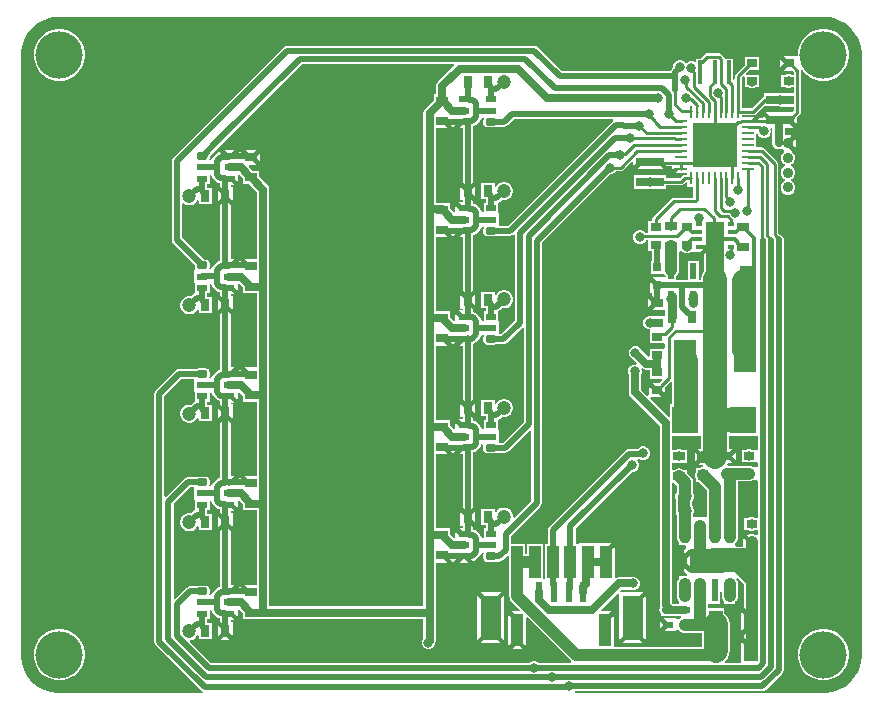
<source format=gtl>
G04*
G04 #@! TF.GenerationSoftware,Altium Limited,Altium Designer,21.4.1 (30)*
G04*
G04 Layer_Physical_Order=1*
G04 Layer_Color=255*
%FSLAX44Y44*%
%MOMM*%
G71*
G04*
G04 #@! TF.SameCoordinates,B4B9371B-DA90-4157-8B6F-408CC5BF2631*
G04*
G04*
G04 #@! TF.FilePolarity,Positive*
G04*
G01*
G75*
%ADD10C,0.5000*%
%ADD16C,0.2500*%
%ADD17R,1.1500X1.8200*%
%ADD18R,0.2600X1.0800*%
%ADD19R,0.8500X0.6000*%
%ADD20R,1.0000X0.8000*%
%ADD21R,0.8000X1.0000*%
%ADD22R,0.9000X0.6000*%
G04:AMPARAMS|DCode=23|XSize=0.6mm|YSize=0.9mm|CornerRadius=0.15mm|HoleSize=0mm|Usage=FLASHONLY|Rotation=90.000|XOffset=0mm|YOffset=0mm|HoleType=Round|Shape=RoundedRectangle|*
%AMROUNDEDRECTD23*
21,1,0.6000,0.6000,0,0,90.0*
21,1,0.3000,0.9000,0,0,90.0*
1,1,0.3000,0.3000,0.1500*
1,1,0.3000,0.3000,-0.1500*
1,1,0.3000,-0.3000,-0.1500*
1,1,0.3000,-0.3000,0.1500*
%
%ADD23ROUNDEDRECTD23*%
%ADD24R,0.5250X0.3000*%
%ADD25R,0.9000X0.7000*%
%ADD26R,0.5588X1.3208*%
%ADD27R,0.8000X0.8000*%
%ADD28R,0.4000X2.0000*%
%ADD29R,0.9300X0.8900*%
%ADD30R,1.0000X2.7000*%
%ADD31R,1.8000X3.8000*%
%ADD32R,1.0800X0.2600*%
%ADD33R,3.7000X3.7000*%
%ADD34R,2.2000X2.3000*%
%ADD35R,1.9050X2.7940*%
%ADD36R,0.6000X1.9700*%
%ADD37R,3.0000X2.1300*%
%ADD38R,1.0000X2.7000*%
%ADD39R,0.6000X1.7000*%
%ADD40R,1.3800X1.8200*%
%ADD69C,2.0000*%
%ADD70R,1.6500X2.4500*%
%ADD71C,0.7000*%
%ADD72C,0.8000*%
%ADD73C,1.0000*%
%ADD74C,0.3000*%
%ADD75C,1.5000*%
%ADD76C,4.0000*%
%ADD77C,0.4000*%
%ADD78C,0.9000*%
%ADD79C,0.7000*%
%ADD80C,0.8000*%
%ADD81C,1.2000*%
G36*
X1452644Y1300986D02*
X1456754Y1299885D01*
X1460684Y1298257D01*
X1464368Y1296130D01*
X1467742Y1293540D01*
X1470750Y1290533D01*
X1473340Y1287157D01*
X1475467Y1283474D01*
X1477095Y1279544D01*
X1478196Y1275434D01*
X1478751Y1271217D01*
Y1269090D01*
Y761260D01*
Y759133D01*
X1478196Y754916D01*
X1477095Y750807D01*
X1475467Y746876D01*
X1473340Y743192D01*
X1470750Y739818D01*
X1467742Y736810D01*
X1464368Y734220D01*
X1460684Y732093D01*
X1456754Y730465D01*
X1452644Y729364D01*
X1448427Y728809D01*
X1236423D01*
X1235753Y730079D01*
X1236003Y730444D01*
X1394676D01*
X1396315Y730770D01*
X1397704Y731698D01*
X1411329Y745323D01*
X1412258Y746712D01*
X1412583Y748351D01*
Y1112900D01*
X1412258Y1114539D01*
X1411329Y1115928D01*
X1409940Y1116856D01*
X1409198Y1117004D01*
X1408008Y1118194D01*
Y1176740D01*
X1407779Y1177891D01*
X1407127Y1178867D01*
X1407127Y1178867D01*
X1396055Y1189938D01*
X1395079Y1190590D01*
X1393928Y1190819D01*
X1389452D01*
Y1201974D01*
X1390722Y1202227D01*
X1391077Y1201372D01*
X1392680Y1199768D01*
X1394775Y1198900D01*
X1397043D01*
X1399138Y1199768D01*
X1400741Y1201372D01*
X1401609Y1203466D01*
Y1205734D01*
X1401373Y1206305D01*
X1402131Y1207363D01*
X1403086Y1207240D01*
Y1194450D01*
X1403489Y1192421D01*
X1404639Y1190701D01*
X1406359Y1189552D01*
X1408387Y1189148D01*
X1410416Y1189552D01*
X1410964Y1189918D01*
X1412065Y1188817D01*
X1412641Y1188484D01*
X1412725Y1188025D01*
X1412670Y1187001D01*
X1411131Y1185462D01*
X1410188Y1183183D01*
Y1180717D01*
X1411131Y1178438D01*
X1412876Y1176694D01*
X1413616Y1176387D01*
Y1175013D01*
X1412876Y1174706D01*
X1411131Y1172962D01*
X1410188Y1170683D01*
Y1168217D01*
X1411131Y1165938D01*
X1412876Y1164194D01*
X1413616Y1163887D01*
Y1162513D01*
X1412876Y1162206D01*
X1411131Y1160462D01*
X1410188Y1158183D01*
Y1155717D01*
X1411131Y1153438D01*
X1412876Y1151694D01*
X1415154Y1150750D01*
X1417621D01*
X1419899Y1151694D01*
X1421644Y1153438D01*
X1422587Y1155717D01*
Y1158183D01*
X1421644Y1160462D01*
X1419899Y1162206D01*
X1419159Y1162513D01*
Y1163887D01*
X1419899Y1164194D01*
X1421644Y1165938D01*
X1422587Y1168217D01*
Y1170683D01*
X1421644Y1172962D01*
X1419899Y1174706D01*
X1419159Y1175013D01*
Y1176387D01*
X1419899Y1176694D01*
X1421644Y1178438D01*
X1422587Y1180717D01*
Y1183183D01*
X1421644Y1185462D01*
X1420105Y1187001D01*
X1420053Y1187956D01*
X1414973Y1193036D01*
X1416387Y1194450D01*
X1414973Y1195864D01*
X1419748Y1200639D01*
X1419105Y1201010D01*
X1417314Y1201490D01*
X1415461D01*
X1414697Y1201285D01*
X1413689Y1202058D01*
Y1207595D01*
X1421111D01*
X1415986Y1212721D01*
X1418814Y1215549D01*
X1423940Y1210423D01*
Y1216421D01*
X1426477Y1218958D01*
X1427129Y1219934D01*
X1427358Y1221085D01*
Y1255485D01*
X1427358Y1255485D01*
X1427167Y1256445D01*
X1428381Y1256852D01*
X1429444Y1255259D01*
X1432467Y1252237D01*
X1436021Y1249862D01*
X1439970Y1248226D01*
X1444163Y1247393D01*
X1448437D01*
X1452630Y1248226D01*
X1456579Y1249862D01*
X1460133Y1252237D01*
X1463156Y1255259D01*
X1465530Y1258814D01*
X1467166Y1262763D01*
X1468000Y1266955D01*
Y1271230D01*
X1467166Y1275422D01*
X1465530Y1279371D01*
X1463156Y1282925D01*
X1460133Y1285948D01*
X1456579Y1288323D01*
X1452630Y1289958D01*
X1448437Y1290792D01*
X1444163D01*
X1439970Y1289958D01*
X1436021Y1288323D01*
X1432467Y1285948D01*
X1429444Y1282925D01*
X1427070Y1279371D01*
X1425434Y1275422D01*
X1424600Y1271230D01*
Y1268971D01*
X1423940Y1267975D01*
X1423330Y1267975D01*
X1412688D01*
X1417314Y1263349D01*
X1415900Y1261935D01*
X1417314Y1260521D01*
X1412688Y1255895D01*
X1419686D01*
X1421342Y1254239D01*
Y1252135D01*
X1419639D01*
X1418034Y1252800D01*
X1415766D01*
X1414161Y1252135D01*
X1410700D01*
Y1241735D01*
X1414957D01*
X1415766Y1241400D01*
X1418034D01*
X1418842Y1241735D01*
X1421342D01*
Y1236835D01*
X1410625D01*
X1410584Y1236852D01*
X1409200D01*
Y1236870D01*
X1395800D01*
Y1233869D01*
X1394943Y1233297D01*
X1385604Y1223958D01*
X1377210D01*
Y1249992D01*
X1378430Y1251211D01*
X1379700Y1250685D01*
Y1241735D01*
X1382404D01*
X1382571Y1241568D01*
X1384666Y1240700D01*
X1386934D01*
X1389029Y1241568D01*
X1389196Y1241735D01*
X1392100D01*
Y1252135D01*
X1381150D01*
X1380624Y1253405D01*
X1383954Y1256735D01*
X1392100D01*
Y1267135D01*
X1379700D01*
Y1260988D01*
X1372076Y1253364D01*
X1371424Y1252388D01*
X1371195Y1251237D01*
Y1248821D01*
X1369925Y1248143D01*
X1369902Y1248158D01*
Y1266000D01*
X1362888D01*
X1362779Y1266551D01*
X1362127Y1267527D01*
X1362127Y1267527D01*
X1359827Y1269827D01*
X1358851Y1270479D01*
X1357700Y1270708D01*
X1348000D01*
X1346849Y1270479D01*
X1345873Y1269827D01*
X1342046Y1266000D01*
X1338503D01*
Y1263720D01*
X1337232Y1263039D01*
X1335636Y1263700D01*
X1333369D01*
X1331274Y1262832D01*
X1330507Y1262066D01*
X1329686Y1262229D01*
X1328083Y1263832D01*
X1325988Y1264700D01*
X1323720D01*
X1321625Y1263832D01*
X1320022Y1262229D01*
X1319154Y1260134D01*
Y1258781D01*
X1317972Y1257599D01*
X1317044Y1256210D01*
X1316859Y1255282D01*
X1224774D01*
X1204328Y1275728D01*
X1202939Y1276656D01*
X1201300Y1276982D01*
X992400D01*
X990761Y1276656D01*
X989372Y1275728D01*
X895772Y1182128D01*
X894844Y1180739D01*
X894518Y1179100D01*
Y1112643D01*
X894844Y1111004D01*
X895772Y1109615D01*
X914171Y1091217D01*
Y1089510D01*
X914407Y1088320D01*
X914412Y1088250D01*
X913701Y1087050D01*
X913393D01*
Y1075970D01*
X914233D01*
Y1067487D01*
X914123Y1067465D01*
X912734Y1066537D01*
X911024Y1064826D01*
X910347Y1065007D01*
X908319D01*
X906361Y1064483D01*
X904605Y1063469D01*
X903172Y1062035D01*
X902158Y1060280D01*
X901633Y1058321D01*
Y1056294D01*
X902158Y1054335D01*
X903172Y1052580D01*
X904605Y1051146D01*
X906361Y1050132D01*
X908319Y1049607D01*
X910347D01*
X912305Y1050132D01*
X914061Y1051146D01*
X915495Y1052580D01*
X916063Y1053564D01*
X917333Y1053224D01*
Y1050908D01*
X928733D01*
Y1064307D01*
X924715D01*
Y1067310D01*
X926633D01*
Y1075025D01*
X927238Y1075297D01*
X928528Y1074548D01*
X928677Y1073800D01*
X929605Y1072411D01*
X932534Y1069482D01*
X933923Y1068554D01*
X935562Y1068228D01*
X935751D01*
Y1065718D01*
X941447Y1060022D01*
X939033Y1057607D01*
X940033Y1056608D01*
X941447Y1058022D01*
X946573Y1052896D01*
Y1065147D01*
X944315D01*
Y1066470D01*
X947645D01*
X943519Y1070596D01*
X946347Y1073424D01*
X950473Y1069298D01*
Y1074874D01*
X951743Y1075399D01*
X954933Y1072209D01*
Y1067308D01*
X966598D01*
Y1004548D01*
X956922D01*
X962047Y999422D01*
X959219Y996593D01*
X952520Y1003292D01*
X952044D01*
X946347Y997596D01*
X943519Y1000424D01*
X947645Y1004550D01*
X944315D01*
Y1049497D01*
X940033Y1053779D01*
X935751Y1049497D01*
Y1002722D01*
X934464Y1002466D01*
X933075Y1001538D01*
X929605Y998068D01*
X928677Y996679D01*
X927264Y995783D01*
X926650Y995919D01*
X926454Y996250D01*
X926459Y996320D01*
X926696Y997510D01*
Y1000510D01*
X926447Y1001758D01*
X925740Y1002817D01*
X924682Y1003524D01*
X923433Y1003773D01*
X917433D01*
X916185Y1003524D01*
X915837Y1003292D01*
X901110D01*
X899471Y1002966D01*
X898082Y1002038D01*
X881072Y985028D01*
X880144Y983639D01*
X879818Y982000D01*
Y772425D01*
X880144Y770786D01*
X881072Y769397D01*
X919513Y730956D01*
X920825Y730079D01*
X920839Y729986D01*
X920175Y728809D01*
X797273D01*
X793056Y729364D01*
X788947Y730465D01*
X785016Y732093D01*
X781332Y734220D01*
X777958Y736809D01*
X774950Y739818D01*
X772360Y743192D01*
X770233Y746876D01*
X768605Y750807D01*
X767504Y754916D01*
X766949Y759133D01*
Y761260D01*
Y1269090D01*
Y1271217D01*
X767504Y1275434D01*
X768605Y1279544D01*
X770233Y1283474D01*
X772360Y1287158D01*
X774950Y1290532D01*
X777958Y1293540D01*
X781332Y1296130D01*
X785016Y1298257D01*
X788947Y1299885D01*
X793056Y1300986D01*
X797273Y1301541D01*
X1448427D01*
X1452644Y1300986D01*
D02*
G37*
G36*
X1408316Y1225452D02*
X1409700D01*
Y1225435D01*
X1421342D01*
Y1222331D01*
X1419686Y1220675D01*
X1410040D01*
Y1220710D01*
X1397788D01*
X1402914Y1215584D01*
X1400086Y1212756D01*
X1394960Y1217881D01*
Y1215808D01*
X1392289D01*
X1387867Y1211386D01*
X1385038Y1214214D01*
X1387464Y1216640D01*
X1377202D01*
Y1217942D01*
X1386850D01*
X1388001Y1218171D01*
X1388977Y1218823D01*
X1394884Y1224730D01*
X1395800Y1225470D01*
Y1225470D01*
X1395800Y1225470D01*
X1408274D01*
X1408316Y1225452D01*
D02*
G37*
G36*
X1314186Y1174792D02*
X1318112D01*
Y1171788D01*
X1320538Y1174214D01*
X1323367Y1171386D01*
X1320941Y1168960D01*
X1331202D01*
Y1167658D01*
X1328750D01*
X1328750Y1167658D01*
X1327599Y1167429D01*
X1326623Y1166777D01*
X1324504Y1164658D01*
X1313200D01*
Y1167350D01*
X1300970D01*
X1299800Y1167350D01*
X1299800Y1167350D01*
X1299700D01*
Y1167350D01*
X1298530Y1167350D01*
X1286300D01*
Y1155950D01*
X1298585D01*
X1298638Y1155928D01*
X1300906D01*
X1300960Y1155950D01*
X1313200D01*
Y1158642D01*
X1325750D01*
X1326901Y1158871D01*
X1327877Y1159523D01*
X1329932Y1161579D01*
X1331202Y1161489D01*
Y1157550D01*
X1336195D01*
Y1148208D01*
X1319500D01*
X1318349Y1147979D01*
X1317373Y1147327D01*
X1302073Y1132027D01*
X1301421Y1131051D01*
X1301192Y1129900D01*
Y1128732D01*
X1298000D01*
Y1118490D01*
X1295521D01*
X1294179Y1119832D01*
X1292084Y1120700D01*
X1289816D01*
X1287721Y1119832D01*
X1286118Y1118229D01*
X1285250Y1116134D01*
Y1113866D01*
X1286118Y1111771D01*
X1287721Y1110168D01*
X1289816Y1109300D01*
X1292084D01*
X1294179Y1110168D01*
X1295782Y1111771D01*
X1296073Y1112475D01*
X1298000D01*
Y1103332D01*
X1301418D01*
Y1094900D01*
X1300050D01*
Y1083500D01*
X1311450D01*
X1312358Y1082625D01*
X1312808Y1082039D01*
Y1081795D01*
X1312290Y1080740D01*
X1302039D01*
X1307164Y1075614D01*
X1304336Y1072786D01*
X1299210Y1077912D01*
Y1067660D01*
X1301468D01*
Y1065940D01*
X1300789D01*
X1305914Y1060814D01*
X1304500Y1059400D01*
X1305914Y1057986D01*
X1300788Y1052860D01*
X1312388D01*
Y1049292D01*
X1312200Y1048100D01*
X1311473Y1048100D01*
X1298800D01*
Y1048100D01*
X1298467D01*
X1296372Y1047232D01*
X1294769Y1045629D01*
X1293901Y1043534D01*
Y1041266D01*
X1294769Y1039171D01*
X1296372Y1037568D01*
X1298467Y1036700D01*
X1299131D01*
X1299300Y1035500D01*
X1299300D01*
Y1025100D01*
X1311700D01*
X1312492Y1024158D01*
Y1021442D01*
X1311700Y1020500D01*
X1306012D01*
X1305500Y1020602D01*
X1304988Y1020500D01*
X1299300D01*
Y1014097D01*
X1298030Y1013570D01*
X1292330Y1019270D01*
X1291932Y1020231D01*
X1290329Y1021835D01*
X1288234Y1022702D01*
X1285966D01*
X1283871Y1021835D01*
X1282268Y1020231D01*
X1281400Y1018136D01*
Y1015869D01*
X1282268Y1013774D01*
X1283871Y1012170D01*
X1284832Y1011772D01*
X1288581Y1008024D01*
X1287861Y1006947D01*
X1287734Y1007000D01*
X1285466D01*
X1283371Y1006132D01*
X1281768Y1004529D01*
X1280900Y1002434D01*
Y1000166D01*
X1281298Y999205D01*
Y983400D01*
X1281702Y981371D01*
X1282851Y979651D01*
X1307568Y954934D01*
Y803200D01*
X1307962Y801219D01*
X1307902Y801129D01*
X1307498Y799100D01*
X1307902Y797071D01*
X1309051Y795351D01*
X1309150Y795285D01*
Y794400D01*
X1310474D01*
X1310771Y794202D01*
X1312800Y793798D01*
X1325516D01*
X1325769Y792528D01*
X1325721Y792508D01*
X1324321Y791434D01*
X1324261Y791356D01*
X1323160D01*
X1323150Y791356D01*
X1321890Y791380D01*
Y792196D01*
X1311138D01*
X1315264Y788070D01*
X1313850Y786656D01*
X1315264Y785242D01*
X1311139Y781116D01*
X1321890D01*
Y781932D01*
X1323150Y781956D01*
X1323160Y781956D01*
X1324261D01*
X1324321Y781877D01*
X1324364Y781834D01*
X1325764Y780761D01*
X1327394Y780086D01*
X1329143Y779855D01*
X1343219D01*
Y767758D01*
X1269105D01*
Y795245D01*
X1262979Y789119D01*
X1260151Y791948D01*
X1266277Y798074D01*
X1258631D01*
X1258145Y799247D01*
X1271954Y813056D01*
X1273128Y812570D01*
Y774057D01*
X1283253Y784183D01*
X1284668Y782769D01*
X1286082Y784183D01*
X1296208Y774057D01*
Y811480D01*
X1286082Y801354D01*
X1283253Y804183D01*
X1293379Y814309D01*
X1274866D01*
X1274380Y815482D01*
X1275296Y816398D01*
X1282905D01*
X1283866Y816000D01*
X1286134D01*
X1288229Y816868D01*
X1289832Y818471D01*
X1290700Y820566D01*
Y822834D01*
X1289832Y824929D01*
X1288229Y826532D01*
X1286134Y827400D01*
X1283866D01*
X1282905Y827002D01*
X1273100D01*
X1271071Y826598D01*
X1270828Y826436D01*
X1269708Y827034D01*
Y852980D01*
X1263582Y846854D01*
X1260753Y849683D01*
X1266879Y855809D01*
X1239628D01*
Y855809D01*
X1238868Y854969D01*
X1236450D01*
Y868394D01*
X1284408Y916352D01*
X1285482D01*
X1287577Y917219D01*
X1289180Y918823D01*
X1290048Y920918D01*
Y923186D01*
X1289180Y925281D01*
X1288713Y925748D01*
X1289219Y926968D01*
X1290413Y927009D01*
X1292366Y926200D01*
X1294634D01*
X1296729Y927068D01*
X1298332Y928671D01*
X1299200Y930766D01*
Y933034D01*
X1298332Y935129D01*
X1296729Y936732D01*
X1294634Y937600D01*
X1292366D01*
X1290271Y936732D01*
X1289121Y935582D01*
X1282000D01*
X1280361Y935256D01*
X1278972Y934328D01*
X1214140Y869496D01*
X1213211Y868106D01*
X1212885Y866468D01*
Y854969D01*
X1210468D01*
Y825548D01*
X1209970Y825214D01*
X1209830Y825157D01*
X1208868Y825729D01*
Y839330D01*
X1208925Y839769D01*
X1208868Y840208D01*
Y854969D01*
X1195468D01*
Y846526D01*
X1193868D01*
Y854969D01*
X1181682D01*
Y861926D01*
X1206428Y886672D01*
X1207356Y888061D01*
X1207682Y889700D01*
Y1109826D01*
X1265820Y1167964D01*
X1266870D01*
X1268965Y1168832D01*
X1270568Y1170435D01*
X1270716Y1170792D01*
X1274800D01*
X1275951Y1171021D01*
X1276927Y1171673D01*
X1284287Y1179033D01*
X1285460Y1178547D01*
Y1174938D01*
X1290586Y1180064D01*
X1293414Y1177236D01*
X1288289Y1172110D01*
X1311212D01*
X1306086Y1177236D01*
X1308914Y1180064D01*
X1314186Y1174792D01*
D02*
G37*
G36*
X954960Y1164542D02*
Y1159640D01*
X959862D01*
X966598Y1152904D01*
Y1096547D01*
X956922D01*
X962047Y1091422D01*
X959219Y1088593D01*
X952520Y1095292D01*
X952044D01*
X946347Y1089596D01*
X943519Y1092424D01*
X947645Y1096550D01*
X944342D01*
Y1141829D01*
X940060Y1146112D01*
X935778Y1141829D01*
Y1094727D01*
X934464Y1094466D01*
X933075Y1093538D01*
X929605Y1090068D01*
X928677Y1088679D01*
X927264Y1087783D01*
X926650Y1087919D01*
X926454Y1088250D01*
X926459Y1088320D01*
X926696Y1089510D01*
Y1092510D01*
X926447Y1093758D01*
X925740Y1094817D01*
X924682Y1095524D01*
X923433Y1095773D01*
X921638D01*
X921461Y1096038D01*
X903082Y1114417D01*
Y1143232D01*
X904352Y1143758D01*
X904632Y1143478D01*
X906388Y1142465D01*
X908346Y1141940D01*
X910374D01*
X912332Y1142465D01*
X914088Y1143478D01*
X915521Y1144912D01*
X916090Y1145897D01*
X917360Y1145556D01*
Y1143240D01*
X928760D01*
Y1156640D01*
X924742D01*
Y1159642D01*
X926660D01*
Y1167357D01*
X927265Y1167629D01*
X928555Y1166881D01*
X928703Y1166133D01*
X929632Y1164743D01*
X932561Y1161814D01*
X933950Y1160886D01*
X935589Y1160560D01*
X935778D01*
Y1158051D01*
X941474Y1152354D01*
X939060Y1149940D01*
X940060Y1148940D01*
X941474Y1150354D01*
X946600Y1145229D01*
Y1157480D01*
X944342D01*
Y1158802D01*
X947671D01*
X943546Y1162928D01*
X946374Y1165757D01*
X950500Y1161631D01*
Y1167206D01*
X951770Y1167732D01*
X954960Y1164542D01*
D02*
G37*
G36*
X1158550Y1215581D02*
X1158746Y1215250D01*
X1158741Y1215180D01*
X1158504Y1213990D01*
Y1210990D01*
X1158753Y1209741D01*
X1159460Y1208683D01*
X1160518Y1207976D01*
X1161767Y1207727D01*
X1167767D01*
X1169015Y1207976D01*
X1169363Y1208208D01*
X1176190D01*
X1177829Y1208534D01*
X1179218Y1209462D01*
X1184374Y1214618D01*
X1268016D01*
X1268401Y1213348D01*
X1268072Y1213128D01*
X1179417Y1124473D01*
X1171807D01*
Y1135231D01*
X1170967D01*
Y1143714D01*
X1171077Y1143736D01*
X1172466Y1144664D01*
X1174176Y1146374D01*
X1174853Y1146193D01*
X1176881D01*
X1178839Y1146718D01*
X1180595Y1147731D01*
X1182028Y1149165D01*
X1183042Y1150921D01*
X1183567Y1152879D01*
Y1154907D01*
X1183042Y1156865D01*
X1182028Y1158621D01*
X1180595Y1160055D01*
X1178839Y1161068D01*
X1176881Y1161593D01*
X1174853D01*
X1172895Y1161068D01*
X1171139Y1160055D01*
X1169705Y1158621D01*
X1169137Y1157636D01*
X1167867Y1157977D01*
Y1160293D01*
X1156467D01*
Y1146893D01*
X1160485D01*
Y1143891D01*
X1158567D01*
Y1136176D01*
X1157962Y1135904D01*
X1156672Y1136652D01*
X1156523Y1137400D01*
X1155595Y1138790D01*
X1152666Y1141719D01*
X1151277Y1142647D01*
X1149638Y1142973D01*
X1149449D01*
Y1145482D01*
X1143753Y1151179D01*
X1146167Y1153593D01*
X1145167Y1154593D01*
X1143753Y1153179D01*
X1138627Y1158305D01*
Y1146053D01*
X1140885D01*
Y1144731D01*
X1137555D01*
X1141681Y1140605D01*
X1138853Y1137776D01*
X1134727Y1141902D01*
Y1136327D01*
X1133457Y1135801D01*
X1130267Y1138991D01*
Y1143893D01*
X1118202D01*
Y1206953D01*
X1128278D01*
X1123153Y1212078D01*
X1125981Y1214907D01*
X1132680Y1208208D01*
X1133156D01*
X1138853Y1213904D01*
X1141681Y1211076D01*
X1137555Y1206950D01*
X1140885D01*
Y1161704D01*
X1145167Y1157421D01*
X1149449Y1161704D01*
Y1208778D01*
X1150735Y1209034D01*
X1152125Y1209962D01*
X1155595Y1213432D01*
X1156523Y1214821D01*
X1157936Y1215717D01*
X1158550Y1215581D01*
D02*
G37*
G36*
X1355617Y1110786D02*
X1344842Y1100011D01*
Y1085706D01*
X1344350Y1085065D01*
X1343171Y1082219D01*
X1342769Y1079165D01*
Y1078776D01*
X1340592D01*
Y1094488D01*
X1331604D01*
Y1078776D01*
X1321796D01*
Y1081575D01*
X1322378Y1082021D01*
X1323452Y1083421D01*
X1324127Y1085051D01*
X1324357Y1086800D01*
Y1102122D01*
X1324500Y1103332D01*
X1326107D01*
X1327471Y1101968D01*
X1329566Y1101100D01*
X1331834D01*
X1333929Y1101968D01*
X1334209Y1102248D01*
X1335412Y1102410D01*
Y1102410D01*
X1341584D01*
X1352788Y1113614D01*
X1355617Y1110786D01*
D02*
G37*
G36*
X1158550Y1123281D02*
X1158746Y1122951D01*
X1158741Y1122881D01*
X1158504Y1121691D01*
Y1118691D01*
X1158753Y1117442D01*
X1159460Y1116384D01*
X1160518Y1115676D01*
X1161767Y1115428D01*
X1167767D01*
X1169015Y1115676D01*
X1169363Y1115908D01*
X1181191D01*
X1182829Y1116234D01*
X1183848Y1116915D01*
X1185118Y1116396D01*
Y1044274D01*
X1173616Y1032772D01*
X1171807D01*
Y1043530D01*
X1170967D01*
Y1052013D01*
X1171077Y1052035D01*
X1172466Y1052963D01*
X1174176Y1054674D01*
X1174853Y1054492D01*
X1176881D01*
X1178839Y1055017D01*
X1180595Y1056031D01*
X1182028Y1057465D01*
X1183042Y1059220D01*
X1183567Y1061179D01*
Y1063206D01*
X1183042Y1065164D01*
X1182028Y1066920D01*
X1180595Y1068354D01*
X1178839Y1069368D01*
X1176881Y1069892D01*
X1174853D01*
X1172895Y1069368D01*
X1171139Y1068354D01*
X1169705Y1066920D01*
X1169137Y1065936D01*
X1167867Y1066276D01*
Y1068593D01*
X1156467D01*
Y1055192D01*
X1160485D01*
Y1052190D01*
X1158567D01*
Y1044475D01*
X1157962Y1044203D01*
X1156672Y1044952D01*
X1156523Y1045700D01*
X1155595Y1047089D01*
X1152666Y1050018D01*
X1151277Y1050946D01*
X1149638Y1051272D01*
X1149449D01*
Y1053782D01*
X1143753Y1059478D01*
X1146167Y1061893D01*
X1145167Y1062893D01*
X1143753Y1061478D01*
X1138627Y1066604D01*
Y1054352D01*
X1140885D01*
Y1053030D01*
X1137555D01*
X1141681Y1048904D01*
X1138853Y1046076D01*
X1134727Y1050201D01*
Y1044626D01*
X1133457Y1044100D01*
X1130267Y1047290D01*
Y1052193D01*
X1118202D01*
Y1114653D01*
X1128278D01*
X1123153Y1119779D01*
X1125981Y1122607D01*
X1132680Y1115908D01*
X1133156D01*
X1138853Y1121605D01*
X1141681Y1118776D01*
X1137555Y1114651D01*
X1140885D01*
Y1070003D01*
X1145167Y1065721D01*
X1149449Y1070003D01*
Y1116478D01*
X1150735Y1116734D01*
X1152125Y1117663D01*
X1155595Y1121133D01*
X1156523Y1122522D01*
X1157936Y1123417D01*
X1158550Y1123281D01*
D02*
G37*
G36*
X1192418Y1037802D02*
Y958174D01*
X1175016Y940772D01*
X1171807D01*
Y951530D01*
X1170967D01*
Y960013D01*
X1171077Y960035D01*
X1172466Y960963D01*
X1174176Y962674D01*
X1174853Y962493D01*
X1176881D01*
X1178839Y963017D01*
X1180595Y964031D01*
X1182028Y965465D01*
X1183042Y967220D01*
X1183567Y969179D01*
Y971206D01*
X1183042Y973165D01*
X1182028Y974920D01*
X1180595Y976354D01*
X1178839Y977368D01*
X1176881Y977893D01*
X1174853D01*
X1172895Y977368D01*
X1171139Y976354D01*
X1169705Y974920D01*
X1169137Y973936D01*
X1167867Y974276D01*
Y976592D01*
X1156467D01*
Y963193D01*
X1160485D01*
Y960190D01*
X1158567D01*
Y952475D01*
X1157962Y952203D01*
X1156672Y952952D01*
X1156523Y953700D01*
X1155595Y955089D01*
X1152666Y958018D01*
X1151277Y958946D01*
X1149638Y959272D01*
X1149449D01*
Y961782D01*
X1143753Y967478D01*
X1146167Y969893D01*
X1145167Y970892D01*
X1143753Y969478D01*
X1138627Y974604D01*
Y962353D01*
X1140885D01*
Y961030D01*
X1137555D01*
X1141681Y956904D01*
X1138853Y954076D01*
X1134727Y958202D01*
Y952626D01*
X1133457Y952101D01*
X1130267Y955291D01*
Y960192D01*
X1118202D01*
Y1022952D01*
X1128279D01*
X1123153Y1028078D01*
X1125981Y1030907D01*
X1132680Y1024208D01*
X1133156D01*
X1138853Y1029904D01*
X1141681Y1027076D01*
X1137555Y1022950D01*
X1140885D01*
Y978003D01*
X1145167Y973721D01*
X1149449Y978003D01*
Y1024778D01*
X1150735Y1025034D01*
X1152125Y1025962D01*
X1155595Y1029432D01*
X1156523Y1030821D01*
X1157936Y1031717D01*
X1158550Y1031581D01*
X1158746Y1031250D01*
X1158741Y1031180D01*
X1158504Y1029990D01*
Y1026990D01*
X1158753Y1025742D01*
X1159460Y1024683D01*
X1160518Y1023976D01*
X1161767Y1023727D01*
X1167767D01*
X1169015Y1023976D01*
X1169363Y1024208D01*
X1175390D01*
X1177029Y1024534D01*
X1178418Y1025462D01*
X1191244Y1038288D01*
X1192418Y1037802D01*
D02*
G37*
G36*
X1294274Y1002902D02*
X1296302Y1002498D01*
X1299300D01*
Y995100D01*
X1304988D01*
X1305500Y994998D01*
X1306012Y995100D01*
X1309387D01*
X1309873Y993927D01*
X1307286Y991340D01*
X1301288D01*
X1305914Y986714D01*
X1303086Y983886D01*
X1298460Y988511D01*
Y980834D01*
X1297190Y980308D01*
X1291902Y985596D01*
Y999205D01*
X1292300Y1000166D01*
Y1002434D01*
X1292152Y1002792D01*
X1293177Y1003634D01*
X1294274Y1002902D01*
D02*
G37*
G36*
X1318169Y991919D02*
Y973290D01*
X1316370D01*
Y962787D01*
X1315197Y962301D01*
X1299508Y977990D01*
X1300034Y979260D01*
X1309711D01*
X1305086Y983886D01*
X1307914Y986714D01*
X1312540Y982088D01*
Y988086D01*
X1316899Y992445D01*
X1318169Y991919D01*
D02*
G37*
G36*
X1390613Y935841D02*
X1389770Y934920D01*
X1389343Y934920D01*
X1386234D01*
X1384834Y935500D01*
X1382566D01*
X1381166Y934920D01*
X1377370D01*
Y924520D01*
X1381552D01*
X1382566Y924100D01*
X1384834D01*
X1385848Y924520D01*
X1389343D01*
X1389770Y924520D01*
X1390613Y923599D01*
Y920841D01*
X1389770Y919920D01*
X1387799D01*
X1386949Y920572D01*
X1385319Y921247D01*
X1383570Y921478D01*
X1365330D01*
X1364610Y922626D01*
X1364820Y922899D01*
X1365143Y923680D01*
X1369115D01*
X1364489Y928306D01*
X1365903Y929720D01*
X1364489Y931134D01*
X1369115Y935760D01*
X1366401D01*
Y946050D01*
X1390613D01*
Y935841D01*
D02*
G37*
G36*
X1199118Y951102D02*
Y891474D01*
X1184810Y877166D01*
X1183540Y877692D01*
Y879174D01*
X1183016Y881132D01*
X1182002Y882888D01*
X1180568Y884322D01*
X1178812Y885335D01*
X1176854Y885860D01*
X1174827D01*
X1172868Y885335D01*
X1171112Y884322D01*
X1169679Y882888D01*
X1169110Y881903D01*
X1167840Y882244D01*
Y884560D01*
X1156440D01*
Y871160D01*
X1160458D01*
Y868158D01*
X1158540D01*
Y860443D01*
X1157935Y860171D01*
X1156645Y860919D01*
X1156497Y861667D01*
X1155568Y863057D01*
X1152639Y865985D01*
X1151250Y866914D01*
X1149611Y867240D01*
X1149423D01*
Y869749D01*
X1143726Y875446D01*
X1146140Y877860D01*
X1145140Y878860D01*
X1143726Y877446D01*
X1138600Y882572D01*
Y870320D01*
X1140858D01*
Y868997D01*
X1137529D01*
X1141655Y864872D01*
X1138826Y862043D01*
X1134700Y866169D01*
Y860594D01*
X1133430Y860068D01*
X1130240Y863258D01*
Y868160D01*
X1118202D01*
Y930953D01*
X1128278D01*
X1123153Y936078D01*
X1125981Y938907D01*
X1132680Y932208D01*
X1133156D01*
X1138853Y937904D01*
X1141681Y935076D01*
X1137555Y930950D01*
X1140858D01*
Y885971D01*
X1145140Y881688D01*
X1149423Y885971D01*
Y932708D01*
X1149638D01*
X1151277Y933034D01*
X1152666Y933962D01*
X1155595Y936891D01*
X1156523Y938280D01*
X1156793Y939638D01*
X1156956Y939779D01*
X1157658Y939672D01*
X1158570Y938320D01*
X1158504Y937990D01*
Y934990D01*
X1158753Y933742D01*
X1159460Y932683D01*
X1160518Y931976D01*
X1161767Y931727D01*
X1167767D01*
X1169015Y931976D01*
X1169363Y932208D01*
X1176790D01*
X1178429Y932534D01*
X1179818Y933462D01*
X1197944Y951588D01*
X1199118Y951102D01*
D02*
G37*
G36*
X913393Y983970D02*
X914233D01*
Y975487D01*
X914123Y975465D01*
X912734Y974537D01*
X911024Y972826D01*
X910347Y973008D01*
X908319D01*
X906361Y972483D01*
X904605Y971469D01*
X903172Y970035D01*
X902158Y968280D01*
X901633Y966321D01*
Y964294D01*
X902158Y962335D01*
X903172Y960580D01*
X904605Y959146D01*
X906361Y958132D01*
X908319Y957607D01*
X910347D01*
X912305Y958132D01*
X914061Y959146D01*
X915495Y960580D01*
X916063Y961564D01*
X917333Y961224D01*
Y958907D01*
X928733D01*
Y972308D01*
X924715D01*
Y975310D01*
X926633D01*
Y983025D01*
X927238Y983297D01*
X928528Y982548D01*
X928677Y981800D01*
X929605Y980411D01*
X932534Y977482D01*
X933923Y976554D01*
X935562Y976228D01*
X935751D01*
Y973718D01*
X941447Y968022D01*
X939033Y965608D01*
X940033Y964607D01*
X941447Y966022D01*
X946573Y960896D01*
Y973148D01*
X944315D01*
Y974470D01*
X947645D01*
X943519Y978596D01*
X946347Y981424D01*
X950473Y977298D01*
Y982874D01*
X951743Y983400D01*
X954933Y980210D01*
Y975307D01*
X966598D01*
Y912847D01*
X956922D01*
X962047Y907721D01*
X959219Y904893D01*
X952520Y911592D01*
X952044D01*
X946347Y905895D01*
X943519Y908724D01*
X947645Y912849D01*
X944315D01*
Y957497D01*
X940033Y961779D01*
X935751Y957497D01*
Y911021D01*
X934464Y910766D01*
X933075Y909837D01*
X929605Y906367D01*
X928677Y904978D01*
X927264Y904083D01*
X926650Y904219D01*
X926454Y904549D01*
X926459Y904619D01*
X926696Y905809D01*
Y908809D01*
X926447Y910058D01*
X925740Y911116D01*
X924682Y911824D01*
X923433Y912072D01*
X917433D01*
X916185Y911824D01*
X915837Y911592D01*
X908211D01*
X906572Y911266D01*
X905182Y910337D01*
X889652Y894807D01*
X888382Y895333D01*
Y980226D01*
X902884Y994728D01*
X913393D01*
Y983970D01*
D02*
G37*
G36*
X1342799Y946308D02*
Y935760D01*
X1340025D01*
X1345601Y930184D01*
X1344187Y928770D01*
X1345601Y927356D01*
X1340025Y921780D01*
X1344432D01*
X1344668Y921372D01*
X1344589Y921023D01*
X1343953Y920071D01*
X1342638Y919897D01*
X1341726Y919520D01*
X1338037D01*
Y915547D01*
X1337859Y915119D01*
X1337629Y913370D01*
X1337859Y911621D01*
X1338037Y911192D01*
Y907220D01*
X1340980D01*
X1347667Y900533D01*
Y879047D01*
X1347200Y877970D01*
X1336120D01*
X1335718Y879073D01*
Y879682D01*
X1335975Y880128D01*
X1336500Y882086D01*
Y884114D01*
X1335975Y886072D01*
X1335040Y887691D01*
Y890882D01*
X1335875Y892328D01*
X1336400Y894286D01*
Y896314D01*
X1335875Y898272D01*
X1335718Y898545D01*
Y907330D01*
X1335488Y909079D01*
X1334812Y910709D01*
X1333738Y912108D01*
X1330770Y915077D01*
Y917920D01*
X1327648D01*
X1327449Y918072D01*
X1325819Y918747D01*
X1324070Y918978D01*
X1322321Y918747D01*
X1320691Y918072D01*
X1320492Y917920D01*
X1318172D01*
Y923520D01*
X1330770D01*
Y934920D01*
X1326393D01*
X1325234Y935400D01*
X1322966D01*
X1321807Y934920D01*
X1318172D01*
Y946890D01*
X1341770D01*
X1342799Y946308D01*
D02*
G37*
G36*
X1389770Y909520D02*
X1390613Y908599D01*
Y877130D01*
X1388251D01*
X1386634Y877800D01*
X1384366D01*
X1382749Y877130D01*
X1379370D01*
Y866730D01*
X1383569D01*
X1384366Y866400D01*
X1386634D01*
X1387430Y866730D01*
X1390613D01*
Y862970D01*
X1388496D01*
X1387319Y863457D01*
X1385570Y863688D01*
X1383821Y863457D01*
X1382644Y862970D01*
X1381358D01*
X1385984Y858344D01*
X1383156Y855516D01*
X1378530Y860142D01*
Y852901D01*
X1372100D01*
X1371760Y854030D01*
X1371760D01*
Y855861D01*
X1371838Y855921D01*
X1372912Y857321D01*
X1373587Y858951D01*
X1373818Y860700D01*
Y865580D01*
Y907962D01*
X1383570D01*
X1385319Y908192D01*
X1386949Y908867D01*
X1387799Y909520D01*
X1389770D01*
D02*
G37*
G36*
X1158523Y847548D02*
X1158719Y847217D01*
X1158714Y847148D01*
X1158478Y845957D01*
Y842958D01*
X1158726Y841709D01*
X1159433Y840650D01*
X1160492Y839943D01*
X1161740Y839695D01*
X1167740D01*
X1168989Y839943D01*
X1169336Y840175D01*
X1172057D01*
X1173696Y840501D01*
X1175086Y841430D01*
X1179198Y845542D01*
X1180468Y845016D01*
Y840208D01*
X1180410Y839769D01*
Y811032D01*
X1180640Y809283D01*
X1181315Y807654D01*
X1182389Y806254D01*
X1189396Y799247D01*
X1188910Y798074D01*
X1182354D01*
X1188479Y791948D01*
X1185651Y789119D01*
X1179525Y795245D01*
Y768822D01*
X1185651Y774948D01*
X1187065Y773533D01*
X1188479Y774948D01*
X1194605Y768822D01*
Y792379D01*
X1195779Y792865D01*
X1232421Y756221D01*
X1232794Y755936D01*
X1232363Y754666D01*
X1204991D01*
X1204442Y755216D01*
X1202346Y756084D01*
X1200079D01*
X1197984Y755216D01*
X1197434Y754666D01*
X927606D01*
X909838Y772434D01*
X910087Y773036D01*
X910436Y773632D01*
X912305Y774132D01*
X914061Y775146D01*
X915495Y776580D01*
X916063Y777564D01*
X917333Y777224D01*
Y774908D01*
X928733D01*
Y788307D01*
X924715D01*
Y791310D01*
X926633D01*
Y799025D01*
X927238Y799297D01*
X928528Y798548D01*
X928677Y797800D01*
X929605Y796411D01*
X932534Y793482D01*
X933923Y792554D01*
X935562Y792228D01*
X935751D01*
Y789718D01*
X941447Y784022D01*
X939033Y781608D01*
X940033Y780608D01*
X941447Y782022D01*
X946573Y776896D01*
Y789147D01*
X944315D01*
Y790470D01*
X947645D01*
X943519Y794596D01*
X946347Y797424D01*
X950473Y793298D01*
Y798874D01*
X951743Y799399D01*
X954933Y796209D01*
Y791308D01*
X968333D01*
Y791706D01*
X1107598D01*
Y775359D01*
X1107039Y774800D01*
X1106171Y772705D01*
Y770437D01*
X1107039Y768342D01*
X1108642Y766739D01*
X1110737Y765871D01*
X1113005D01*
X1115100Y766739D01*
X1116703Y768342D01*
X1117571Y770437D01*
Y770502D01*
X1117798Y770842D01*
X1118202Y772871D01*
Y798200D01*
Y838920D01*
X1128252D01*
X1123126Y844046D01*
X1125954Y846874D01*
X1132653Y840175D01*
X1133130D01*
X1138826Y845872D01*
X1141655Y843043D01*
X1137529Y838917D01*
X1145952D01*
X1141826Y843043D01*
X1144654Y845872D01*
X1149722Y840805D01*
X1150709Y841001D01*
X1152098Y841929D01*
X1155568Y845400D01*
X1156497Y846789D01*
X1157909Y847684D01*
X1158523Y847548D01*
D02*
G37*
G36*
X1322202Y904531D02*
Y899445D01*
X1321525Y898272D01*
X1321000Y896314D01*
Y894286D01*
X1321525Y892328D01*
X1321525Y892328D01*
Y885699D01*
X1321100Y884114D01*
Y882086D01*
X1321625Y880128D01*
X1322202Y879128D01*
Y865580D01*
Y860600D01*
X1322432Y858851D01*
X1323107Y857221D01*
X1324182Y855822D01*
X1324260Y855761D01*
Y854030D01*
X1327534D01*
X1328960Y853842D01*
X1329932Y852942D01*
X1329955Y851696D01*
X1329161Y850902D01*
X1328470Y849233D01*
Y847427D01*
X1328707Y846855D01*
X1331596Y849744D01*
X1334424Y846916D01*
X1330470Y842962D01*
Y838698D01*
X1334424Y834744D01*
X1331596Y831916D01*
X1328707Y834805D01*
X1328470Y834233D01*
Y832427D01*
X1329161Y830758D01*
X1330438Y829481D01*
X1330470Y829468D01*
Y827640D01*
X1329204Y827630D01*
X1329172D01*
X1328960Y827658D01*
X1328748Y827630D01*
X1324260D01*
Y825739D01*
X1324182Y825678D01*
X1323107Y824279D01*
X1322432Y822649D01*
X1322202Y820900D01*
Y811100D01*
X1322432Y809351D01*
X1323107Y807721D01*
X1324182Y806321D01*
X1324260Y806261D01*
Y804530D01*
X1323043Y804402D01*
X1318812D01*
X1318172Y805360D01*
Y906520D01*
X1320213D01*
X1322202Y904531D01*
D02*
G37*
G36*
X913393Y892269D02*
X914233D01*
Y883786D01*
X914123Y883764D01*
X912734Y882836D01*
X911024Y881126D01*
X910347Y881307D01*
X908319D01*
X906361Y880782D01*
X904605Y879768D01*
X903172Y878335D01*
X902158Y876579D01*
X901633Y874621D01*
Y872593D01*
X902158Y870635D01*
X903172Y868879D01*
X904605Y867445D01*
X906361Y866432D01*
X908319Y865907D01*
X910347D01*
X912305Y866432D01*
X914061Y867445D01*
X915495Y868879D01*
X916063Y869864D01*
X917333Y869523D01*
Y867207D01*
X928733D01*
Y880607D01*
X924715D01*
Y883609D01*
X926633D01*
Y891324D01*
X927238Y891596D01*
X928528Y890847D01*
X928677Y890099D01*
X929605Y888710D01*
X932534Y885781D01*
X933923Y884853D01*
X935562Y884527D01*
X935751D01*
Y882018D01*
X941447Y876321D01*
X939033Y873907D01*
X940033Y872907D01*
X941447Y874321D01*
X946573Y869195D01*
Y881447D01*
X944315D01*
Y882769D01*
X947645D01*
X943519Y886895D01*
X946347Y889724D01*
X950473Y885598D01*
Y891173D01*
X951743Y891699D01*
X954933Y888509D01*
Y883607D01*
X966598D01*
Y820547D01*
X956922D01*
X962047Y815422D01*
X959219Y812593D01*
X952520Y819292D01*
X952044D01*
X946347Y813596D01*
X943519Y816424D01*
X947645Y820550D01*
X944315D01*
Y865796D01*
X940033Y870079D01*
X935751Y865796D01*
Y818722D01*
X934464Y818466D01*
X933075Y817538D01*
X929605Y814068D01*
X928677Y812679D01*
X927264Y811783D01*
X926650Y811919D01*
X926454Y812250D01*
X926459Y812320D01*
X926696Y813510D01*
Y816510D01*
X926447Y817758D01*
X925740Y818817D01*
X924682Y819524D01*
X923433Y819773D01*
X917433D01*
X916185Y819524D01*
X915837Y819292D01*
X910210D01*
X908571Y818966D01*
X907182Y818038D01*
X897354Y808210D01*
X896084Y808736D01*
Y889126D01*
X909984Y903027D01*
X913393D01*
Y892269D01*
D02*
G37*
G36*
X1378812Y820901D02*
Y801996D01*
X1386134Y794674D01*
X1383306Y791846D01*
X1376430Y798721D01*
Y781098D01*
X1383306Y787974D01*
X1386134Y785146D01*
X1378741Y777753D01*
Y776667D01*
X1386134Y769274D01*
X1383306Y766446D01*
X1376430Y773322D01*
Y754666D01*
X1363400D01*
X1362969Y755936D01*
X1363365Y756239D01*
X1365240Y758683D01*
X1366419Y761529D01*
X1366821Y764584D01*
Y787363D01*
X1366419Y790417D01*
X1365240Y793263D01*
X1363365Y795707D01*
X1362470Y796394D01*
Y800710D01*
X1348418D01*
Y804463D01*
X1349660Y804530D01*
X1349688Y804530D01*
X1359060D01*
Y814321D01*
X1360330Y814759D01*
X1360442Y814616D01*
Y811400D01*
X1360672Y809651D01*
X1361348Y808021D01*
X1362360Y806702D01*
Y804530D01*
X1371760D01*
Y806454D01*
X1371978Y806621D01*
X1373052Y808021D01*
X1373728Y809651D01*
X1373958Y811400D01*
Y820800D01*
X1373728Y822549D01*
X1373052Y824179D01*
X1372389Y825043D01*
X1372466Y825451D01*
X1373838Y825874D01*
X1378812Y820901D01*
D02*
G37*
G36*
X1133950Y1260448D02*
X1119818Y1246316D01*
X1118669Y1244596D01*
X1118265Y1242567D01*
Y1236192D01*
X1116867D01*
Y1231291D01*
X1109151Y1223575D01*
X1108002Y1221855D01*
X1107598Y1219826D01*
Y1138400D01*
Y1046400D01*
Y863200D01*
Y802309D01*
X977202D01*
Y888800D01*
Y981300D01*
Y1073300D01*
Y1155100D01*
X976798Y1157129D01*
X975649Y1158849D01*
X968360Y1166138D01*
Y1171040D01*
X963458D01*
X959871Y1174627D01*
X960357Y1175800D01*
X966371D01*
X961245Y1180926D01*
X962660Y1182340D01*
X961660Y1183340D01*
X959246Y1180926D01*
X952547Y1187625D01*
X952070D01*
X946374Y1181928D01*
X943546Y1184757D01*
X947671Y1188883D01*
X939248D01*
X943374Y1184757D01*
X940546Y1181928D01*
X935479Y1186995D01*
X934491Y1186799D01*
X933102Y1185871D01*
X929632Y1182400D01*
X928704Y1181011D01*
X927290Y1180116D01*
X926677Y1180252D01*
X926481Y1180582D01*
X926486Y1180652D01*
X926722Y1181842D01*
Y1183549D01*
X934445Y1191272D01*
X934445Y1191272D01*
X1004891Y1261718D01*
X1133424D01*
X1133950Y1260448D01*
D02*
G37*
%LPC*%
G36*
X1409860Y1265146D02*
Y1258723D01*
X1413071Y1261935D01*
X1409860Y1265146D01*
D02*
G37*
G36*
X801537Y1290792D02*
X797263D01*
X793070Y1289958D01*
X789121Y1288323D01*
X785567Y1285948D01*
X782544Y1282925D01*
X780170Y1279371D01*
X778534Y1275422D01*
X777700Y1271230D01*
Y1266955D01*
X778534Y1262763D01*
X780170Y1258814D01*
X782544Y1255259D01*
X785567Y1252237D01*
X789121Y1249862D01*
X793070Y1248226D01*
X797263Y1247393D01*
X801537D01*
X805730Y1248226D01*
X809679Y1249862D01*
X813233Y1252237D01*
X816255Y1255259D01*
X818630Y1258814D01*
X820266Y1262763D01*
X821100Y1266955D01*
Y1271230D01*
X820266Y1275422D01*
X818630Y1279371D01*
X816255Y1282925D01*
X813233Y1285948D01*
X809679Y1288323D01*
X805730Y1289958D01*
X801537Y1290792D01*
D02*
G37*
G36*
X1422576Y1197810D02*
X1419216Y1194450D01*
X1422576Y1191089D01*
X1422948Y1191733D01*
X1423427Y1193523D01*
Y1195377D01*
X1422948Y1197167D01*
X1422576Y1197810D01*
D02*
G37*
G36*
X933493Y1062319D02*
Y1052896D01*
X938205Y1057607D01*
X933493Y1062319D01*
D02*
G37*
G36*
X1448437Y782958D02*
X1444163D01*
X1439970Y782124D01*
X1436021Y780488D01*
X1432467Y778113D01*
X1429444Y775091D01*
X1427070Y771536D01*
X1425434Y767587D01*
X1424600Y763395D01*
Y759120D01*
X1425434Y754928D01*
X1427070Y750979D01*
X1429444Y747425D01*
X1432467Y744402D01*
X1436021Y742027D01*
X1439970Y740392D01*
X1444163Y739558D01*
X1448437D01*
X1452630Y740392D01*
X1456579Y742027D01*
X1460133Y744402D01*
X1463156Y747425D01*
X1465530Y750979D01*
X1467166Y754928D01*
X1468000Y759120D01*
Y763395D01*
X1467166Y767587D01*
X1465530Y771536D01*
X1463156Y775091D01*
X1460133Y778113D01*
X1456579Y780488D01*
X1452630Y782124D01*
X1448437Y782958D01*
D02*
G37*
G36*
X801537D02*
X797263D01*
X793070Y782124D01*
X789121Y780488D01*
X785567Y778113D01*
X782544Y775091D01*
X780170Y771536D01*
X778534Y767587D01*
X777700Y763395D01*
Y759120D01*
X778534Y754928D01*
X780170Y750979D01*
X782544Y747425D01*
X785567Y744402D01*
X789121Y742027D01*
X793070Y740392D01*
X797263Y739558D01*
X801537D01*
X805730Y740392D01*
X809679Y742027D01*
X813233Y744402D01*
X816255Y747425D01*
X818630Y750979D01*
X820266Y754928D01*
X821100Y759120D01*
Y763395D01*
X820266Y767587D01*
X818630Y771536D01*
X816255Y775091D01*
X813233Y778113D01*
X809679Y780488D01*
X805730Y782124D01*
X801537Y782958D01*
D02*
G37*
G36*
X1297960Y1063111D02*
Y1055688D01*
X1301671Y1059400D01*
X1297960Y1063111D01*
D02*
G37*
G36*
X1308310Y789367D02*
Y783944D01*
X1311022Y786656D01*
X1308310Y789367D01*
D02*
G37*
G36*
X1284668Y779940D02*
X1275956Y771229D01*
X1293379D01*
X1284668Y779940D01*
D02*
G37*
G36*
X933520Y1154652D02*
Y1145229D01*
X938231Y1149940D01*
X933520Y1154652D01*
D02*
G37*
G36*
X1151707Y1158305D02*
X1146995Y1153593D01*
X1151707Y1148881D01*
Y1158305D01*
D02*
G37*
G36*
Y1066604D02*
X1146995Y1061893D01*
X1151707Y1057181D01*
Y1066604D01*
D02*
G37*
G36*
Y974604D02*
X1146995Y969893D01*
X1151707Y965181D01*
Y974604D01*
D02*
G37*
G36*
X1371943Y932932D02*
X1368732Y929720D01*
X1371943Y926508D01*
Y932932D01*
D02*
G37*
G36*
X1151680Y882571D02*
X1146969Y877860D01*
X1151680Y873148D01*
Y882571D01*
D02*
G37*
G36*
X933493Y970319D02*
Y960896D01*
X938205Y965608D01*
X933493Y970319D01*
D02*
G37*
G36*
X1337197Y932932D02*
Y924608D01*
X1341358Y928770D01*
X1337197Y932932D01*
D02*
G37*
G36*
X1173379Y814309D02*
X1155956D01*
X1164668Y805597D01*
X1173379Y814309D01*
D02*
G37*
G36*
X933493Y786319D02*
Y776896D01*
X938205Y781608D01*
X933493Y786319D01*
D02*
G37*
G36*
X940033Y777779D02*
X936322Y774068D01*
X943745D01*
X940033Y777779D01*
D02*
G37*
G36*
X1153128Y811480D02*
Y774057D01*
X1163253Y784183D01*
X1164668Y782769D01*
X1166082Y784183D01*
X1176208Y774057D01*
Y811480D01*
X1166082Y801354D01*
X1164668Y802769D01*
X1163253Y801354D01*
X1153128Y811480D01*
D02*
G37*
G36*
X1164668Y779940D02*
X1155956Y771229D01*
X1173379D01*
X1164668Y779940D01*
D02*
G37*
G36*
X1187065Y770705D02*
X1182354Y765993D01*
X1191777D01*
X1187065Y770705D01*
D02*
G37*
G36*
X933493Y878618D02*
Y869195D01*
X938205Y873907D01*
X933493Y878618D01*
D02*
G37*
G36*
X966371Y1188880D02*
X956948D01*
X961660Y1184168D01*
X966371Y1188880D01*
D02*
G37*
G36*
X969200Y1186052D02*
X965488Y1182340D01*
X969200Y1178628D01*
Y1186052D01*
D02*
G37*
%LPD*%
D10*
X1292926Y931326D02*
X1293500Y931900D01*
X1290805Y931326D02*
X1292926D01*
X1282000Y931300D02*
X1290779D01*
X1290805Y931326D01*
X1217168Y866468D02*
X1282000Y931300D01*
X1232168Y817968D02*
Y870168D01*
X1284052Y922052D01*
X1284348D01*
X1003117Y1266000D02*
X1194000D01*
X931417Y1194300D02*
X931417D01*
X1003117Y1266000D01*
X922460Y1185342D02*
X931417Y1194300D01*
X939274Y1164843D02*
X940060Y1164057D01*
X920460Y1173842D02*
X920607Y1173990D01*
X932660Y1167771D02*
X935589Y1164843D01*
X939274D01*
X932633Y903339D02*
X936103Y906809D01*
X992400Y1272700D02*
X1201300D01*
X942960Y1182842D02*
X943460Y1183343D01*
X932660Y1173990D02*
Y1179372D01*
X940033Y907403D02*
Y965608D01*
X898800Y1112643D02*
Y1179100D01*
X992400Y1272700D01*
X932660Y1167771D02*
Y1173990D01*
X939355Y906725D02*
X940033Y907403D01*
X936103Y906809D02*
X939355D01*
X920607Y1173990D02*
X932660D01*
X936103Y1090510D02*
X942933D01*
X936130Y1182842D02*
X942960D01*
X932660Y1179372D02*
X936130Y1182842D01*
X921960Y1183343D02*
X922460Y1183842D01*
X920460Y1183343D02*
X921960D01*
X922460Y1183842D02*
Y1185342D01*
X1315221Y1218809D02*
Y1235602D01*
X1309623Y1241200D02*
X1315221Y1235602D01*
X1218800Y1241200D02*
X1309623D01*
X1321000Y1239000D02*
Y1251000D01*
X1182600Y1218900D02*
X1298531D01*
X1298600Y1218831D01*
X1276400Y1210100D02*
X1277200Y1209300D01*
X1271100Y1210100D02*
X1276400D01*
X1277200Y1209300D02*
X1290400D01*
X1321000Y1254571D02*
X1324854Y1258425D01*
X1321000Y1251000D02*
Y1254571D01*
X1324854Y1258425D02*
Y1259000D01*
X1223000Y1251000D02*
X1321000D01*
X1201300Y1272700D02*
X1223000Y1251000D01*
X1194000Y1266000D02*
X1218800Y1241200D01*
X1169438Y1239991D02*
X1175639Y1246192D01*
X1164767Y1239991D02*
X1169438D01*
X1175639Y1246192D02*
X1175867D01*
X1145140Y877860D02*
Y936581D01*
X1172057Y844457D02*
X1177400Y849800D01*
Y863700D01*
X1203400Y889700D01*
X1164740Y844457D02*
X1172057D01*
X1217297Y742758D02*
X1393233D01*
X1270000Y1199000D02*
X1282200D01*
X1189400Y1118400D02*
X1270000Y1199000D01*
X1164767Y1212490D02*
X1176190D01*
X1182600Y1218900D01*
X1181191Y1120191D02*
X1271100Y1210100D01*
X1164767Y1120191D02*
X1181191D01*
X1264975Y1184500D02*
X1269900D01*
X1203400Y1111600D02*
X1265464Y1173664D01*
X1189400Y1042500D02*
Y1118400D01*
X1196700Y1116225D02*
X1264975Y1184500D01*
X1196700Y956400D02*
Y1116225D01*
X1265464Y1173664D02*
X1265736D01*
X1175390Y1028490D02*
X1189400Y1042500D01*
X1269900Y1184500D02*
X1271958D01*
X1274017D01*
X1203400Y889700D02*
Y1111600D01*
X1176790Y936490D02*
X1196700Y956400D01*
X925832Y750384D02*
X1201213D01*
X899133Y777083D02*
X925832Y750384D01*
X1201213D02*
X1391383D01*
X1231368Y734726D02*
X1394676D01*
X1408301Y748351D01*
X1230626Y733984D02*
X1231368Y734726D01*
X922541Y733984D02*
X1230626D01*
X1394895Y753896D02*
Y1112249D01*
X923816Y742184D02*
X1216485D01*
X884100Y772425D02*
X922541Y733984D01*
X1393233Y742758D02*
X1401595Y751121D01*
X891801Y774199D02*
X923816Y742184D01*
X1401595Y751121D02*
Y1112646D01*
X1408301Y748351D02*
Y1112900D01*
X884100Y772425D02*
Y982000D01*
X901110Y999010D01*
X891801Y774199D02*
Y890900D01*
X899133Y777083D02*
Y803933D01*
X910210Y815010D01*
X891801Y890900D02*
X908211Y907309D01*
X901110Y999010D02*
X920433D01*
X908211Y907309D02*
X920433D01*
X1391383Y750384D02*
X1394895Y753896D01*
X910210Y815010D02*
X920433D01*
X918433Y1091510D02*
Y1093010D01*
X918933Y1091010D02*
X920433D01*
X918433Y1091510D02*
X918933Y1091010D01*
X898800Y1112643D02*
X918433Y1093010D01*
X1164767Y1028490D02*
X1175390D01*
X1169438Y1055991D02*
X1175639Y1062193D01*
X1164767Y1055991D02*
X1169438D01*
X1175639Y1062193D02*
X1175867D01*
X1164767Y936490D02*
X1176790D01*
X1217168Y839769D02*
Y866468D01*
Y820431D02*
Y839769D01*
X1145167Y1028603D02*
X1145608Y1029044D01*
Y1028990D02*
X1149097D01*
X1145167Y969893D02*
Y1028603D01*
X1142267Y936990D02*
X1149638D01*
X1145140Y936581D02*
X1145224Y936665D01*
X939518Y814510D02*
X942933D01*
X936103D02*
X939518D01*
X940033Y815025D01*
Y873907D01*
X936103Y998510D02*
X942933D01*
X939611Y998848D02*
X940033Y999270D01*
Y1057607D01*
X940060Y1090779D02*
Y1149940D01*
Y1090779D02*
X940251Y1090587D01*
X1145682Y1120691D02*
X1149097D01*
X1142267D02*
X1145682D01*
X1145167Y1061892D02*
Y1120176D01*
X1145682Y1120691D01*
Y1212990D02*
X1149097D01*
X1142267D02*
X1145682D01*
X1145167Y1212475D02*
X1145682Y1212990D01*
X1145167Y1153593D02*
Y1212475D01*
X1149638Y936990D02*
X1152567Y939919D01*
Y945843D01*
X1141767Y936490D02*
X1142267Y936990D01*
X1231400Y817200D02*
X1232168Y817968D01*
X1217168Y820431D02*
X1218065Y819533D01*
Y814034D02*
Y819533D01*
X1175612Y878160D02*
X1175840D01*
X1169411Y871959D02*
X1175612Y878160D01*
X1175639Y970192D02*
X1175867D01*
X1175639Y1153893D02*
X1175867D01*
X1169438Y963991D02*
X1175639Y970192D01*
X1169438Y1147692D02*
X1175639Y1153893D01*
X1164740Y871959D02*
X1169411D01*
X1164767Y1147692D02*
X1169438D01*
X1164767Y963991D02*
X1169438D01*
X1164740Y863457D02*
Y871959D01*
X1162140Y876860D02*
X1164740Y874260D01*
X1164593Y853810D02*
X1164740Y853958D01*
Y871959D02*
Y874260D01*
X1152540Y853810D02*
X1164593D01*
X1164619Y1037842D02*
X1164767Y1037990D01*
Y1055991D02*
Y1058292D01*
X1162167Y1060892D02*
X1164767Y1058292D01*
Y963991D02*
Y966292D01*
X1164619Y945843D02*
X1164767Y945990D01*
Y1047490D02*
Y1055991D01*
Y955490D02*
Y963991D01*
Y1231490D02*
Y1239991D01*
X1164619Y1221842D02*
X1164767Y1221990D01*
X1162167Y1244893D02*
X1164767Y1242292D01*
Y1239991D02*
Y1242292D01*
X1164619Y1129543D02*
X1164767Y1129691D01*
Y1139191D02*
Y1147692D01*
X1162167Y968893D02*
X1164767Y966292D01*
Y1147692D02*
Y1149993D01*
X1162167Y1152593D02*
X1164767Y1149993D01*
X1152567Y1037842D02*
X1164619D01*
X1152567Y1129543D02*
X1164619D01*
X1152567Y1221842D02*
X1164619D01*
X1152567Y945843D02*
X1164619D01*
X1162140Y876860D02*
Y877860D01*
X1162167Y1060892D02*
Y1061892D01*
Y1244893D02*
Y1245892D01*
Y1152593D02*
Y1153593D01*
Y968893D02*
Y969893D01*
X1152540Y848428D02*
Y853810D01*
Y860029D01*
X1149070Y844958D02*
X1152540Y848428D01*
X1149611Y862958D02*
X1152540Y860029D01*
X1152567Y945843D02*
Y952061D01*
X1149638Y954990D02*
X1152567Y952061D01*
X1149638Y1138691D02*
X1152567Y1135762D01*
Y1129543D02*
Y1135762D01*
X1149097Y1120691D02*
X1152567Y1124161D01*
Y1037842D02*
Y1044061D01*
Y1032460D02*
Y1037842D01*
Y1221842D02*
Y1228061D01*
Y1216460D02*
Y1221842D01*
X1149638Y1230990D02*
X1152567Y1228061D01*
Y1124161D02*
Y1129543D01*
X1149097Y1212990D02*
X1152567Y1216460D01*
X1149638Y1046990D02*
X1152567Y1044061D01*
X1149097Y1028990D02*
X1152567Y1032460D01*
X1145926Y862958D02*
X1149611D01*
X1145952Y1138691D02*
X1149638D01*
X1145952Y1230990D02*
X1149638D01*
X1145952Y1046990D02*
X1149638D01*
X1145952Y954990D02*
X1149638D01*
X1142240Y844958D02*
X1149070D01*
X1145140Y863743D02*
X1145926Y862958D01*
X1145167Y1047776D02*
X1145952Y1046990D01*
X1145167Y1139476D02*
X1145952Y1138691D01*
X1145167Y1231776D02*
X1145952Y1230990D01*
X1145167Y955776D02*
X1145952Y954990D01*
X1145140Y863743D02*
Y877860D01*
X1145167Y1231776D02*
Y1245892D01*
Y1047776D02*
Y1061892D01*
Y1139476D02*
Y1153593D01*
Y955776D02*
Y969893D01*
X1141740Y844457D02*
X1142240Y844958D01*
X1141767Y1028490D02*
X1142267Y1028990D01*
X1141767Y1120191D02*
X1142267Y1120691D01*
X1141767Y1212490D02*
X1142267Y1212990D01*
X1124569Y1028490D02*
X1141767D01*
X1124543Y844457D02*
X1141740D01*
X1124569Y1212490D02*
X1141767D01*
X1124569Y1120191D02*
X1141767D01*
X1124569Y936490D02*
X1141767D01*
X1123540Y845460D02*
X1124543Y844457D01*
X1123567Y1029492D02*
X1124569Y1028490D01*
X1123567Y937493D02*
X1124569Y936490D01*
X1123567Y1213492D02*
X1124569Y1212490D01*
X1123567Y1121193D02*
X1124569Y1120191D01*
X942933Y1090510D02*
X943433Y1091010D01*
X932633Y1081657D02*
Y1087040D01*
Y1075439D02*
Y1081657D01*
X935562Y1072510D02*
X939248D01*
X932633Y1075439D02*
X935562Y1072510D01*
X939248D02*
X940033Y1071724D01*
X932633Y1087040D02*
X936103Y1090510D01*
X920581Y1081657D02*
X932633D01*
X920433Y1081510D02*
X920581Y1081657D01*
X920433Y1061208D02*
Y1063509D01*
Y1061208D02*
X923033Y1058607D01*
X920433Y1063509D02*
Y1072010D01*
X923033Y1057607D02*
Y1058607D01*
X915762Y1063509D02*
X920433D01*
X909333Y1057308D02*
X909561D01*
X915762Y1063509D01*
X940033Y1057607D02*
Y1071724D01*
X943433Y1091010D02*
X960631D01*
X961633Y1090007D01*
X942933Y998510D02*
X943433Y999010D01*
X932633Y989658D02*
Y995040D01*
Y983439D02*
Y989658D01*
X935562Y980510D02*
X939248D01*
X932633Y983439D02*
X935562Y980510D01*
X939248D02*
X940033Y979724D01*
X932633Y995040D02*
X936103Y998510D01*
X920581Y989658D02*
X932633D01*
X920433Y989510D02*
X920581Y989658D01*
X920433Y969208D02*
Y971509D01*
Y969208D02*
X923033Y966608D01*
X920433Y971509D02*
Y980010D01*
X923033Y965608D02*
Y966608D01*
X915762Y971509D02*
X920433D01*
X909333Y965307D02*
X909561D01*
X915762Y971509D01*
X940033Y965608D02*
Y979724D01*
X960631Y999010D02*
X961633Y998008D01*
X943433Y999010D02*
X960631D01*
X942933Y906809D02*
X943433Y907309D01*
X932633Y897957D02*
Y903339D01*
Y891738D02*
Y897957D01*
X935562Y888809D02*
X939248D01*
X932633Y891738D02*
X935562Y888809D01*
X939248D02*
X940033Y888024D01*
X920581Y897957D02*
X932633D01*
X920433Y897809D02*
X920581Y897957D01*
X920433Y877507D02*
Y879808D01*
Y877507D02*
X923033Y874907D01*
X920433Y879808D02*
Y888309D01*
X923033Y873907D02*
Y874907D01*
X915762Y879808D02*
X920433D01*
X909333Y873607D02*
X909561D01*
X915762Y879808D01*
X940033Y873907D02*
Y888024D01*
X943433Y907309D02*
X960631D01*
X961633Y906307D01*
X942933Y814510D02*
X943433Y815010D01*
X932633Y805658D02*
Y811040D01*
Y799439D02*
Y805658D01*
X935562Y796510D02*
X939248D01*
X932633Y799439D02*
X935562Y796510D01*
X939248D02*
X940033Y795724D01*
X932633Y811040D02*
X936103Y814510D01*
X920581Y805658D02*
X932633D01*
X920433Y805510D02*
X920581Y805658D01*
X920433Y785208D02*
Y787509D01*
Y785208D02*
X923033Y782607D01*
X920433Y787509D02*
Y796010D01*
X923033Y781608D02*
Y782607D01*
X915762Y787509D02*
X920433D01*
X909333Y781308D02*
X909561D01*
X915762Y787509D01*
X940033Y781608D02*
Y795724D01*
X960631Y815010D02*
X961633Y814007D01*
X943433Y815010D02*
X960631D01*
X940060Y1149940D02*
Y1164057D01*
X920460Y1153540D02*
Y1155841D01*
Y1153540D02*
X923060Y1150940D01*
X920460Y1155841D02*
Y1164342D01*
X923060Y1149940D02*
Y1150940D01*
X915789Y1155841D02*
X920460D01*
X909360Y1149640D02*
X909587D01*
X915789Y1155841D01*
X943460Y1183343D02*
X960657D01*
X961660Y1182340D01*
X1330700Y1106800D02*
Y1108532D01*
X1326994Y1074494D02*
X1347699D01*
X1348615Y1075410D02*
X1350815D01*
X1354570Y1079165D01*
X1347699Y1074494D02*
X1348615Y1075410D01*
X1355215Y1079810D02*
Y1082010D01*
X1354570Y1079165D02*
X1355215Y1079810D01*
X1305750Y1074494D02*
X1326994D01*
Y1063110D02*
Y1074494D01*
X1326700Y1062816D02*
X1326994Y1063110D01*
X1304200Y1108532D02*
X1304700D01*
X1305700Y1090700D02*
Y1107532D01*
X1304700Y1108532D02*
X1305700Y1107532D01*
X1305750Y1089200D02*
Y1090650D01*
X1305700Y1090700D02*
X1305750Y1090650D01*
Y1059650D02*
Y1074200D01*
X1305500Y1059400D02*
X1305750Y1059650D01*
X1332700Y1049800D02*
X1333700D01*
X1326994Y1055506D02*
X1332700Y1049800D01*
X1326994Y1055506D02*
Y1062522D01*
X1326700Y1062816D02*
X1326994Y1062522D01*
X1333700Y1049800D02*
X1335200Y1048300D01*
Y1047300D02*
Y1048300D01*
D16*
X1321000Y1227000D02*
Y1239000D01*
X1315221Y1218809D02*
X1315944D01*
X1321902Y1212850D01*
X1298600Y1218306D02*
Y1218831D01*
X1307982Y1207850D02*
X1326003D01*
X1303817Y1212015D02*
Y1213089D01*
X1298600Y1218306D02*
X1303817Y1213089D01*
Y1212015D02*
X1307982Y1207850D01*
X1290400Y1209028D02*
Y1209300D01*
X1296628Y1202800D02*
X1326052D01*
X1290400Y1209028D02*
X1296628Y1202800D01*
X1334502Y1256512D02*
X1336370Y1254644D01*
X1334502Y1256512D02*
Y1258000D01*
X1336370Y1242262D02*
X1349203Y1229429D01*
X1336370Y1242262D02*
Y1254644D01*
X1330252Y1242365D02*
X1344153Y1228465D01*
X1329200Y1248000D02*
X1330252Y1246948D01*
Y1242365D02*
Y1246948D01*
X1321000Y1227000D02*
X1326254Y1221746D01*
X1344153Y1221000D02*
Y1228465D01*
X1329945Y1232841D02*
X1330852Y1231933D01*
X1334091D01*
X1339149Y1226875D01*
X1326254Y1221746D02*
X1334152D01*
X1321902Y1212850D02*
X1326537D01*
X1290950Y1115000D02*
X1291432Y1115482D01*
X1322452D01*
X1349203Y1220950D02*
Y1229429D01*
X1350302Y1234269D02*
Y1242400D01*
Y1234269D02*
X1354202Y1230369D01*
X1326003Y1197850D02*
X1326052Y1197800D01*
X1320506Y1198414D02*
X1321070Y1197850D01*
X1282786Y1198414D02*
X1320506D01*
X1321070Y1197850D02*
X1326003D01*
X1275069Y1185552D02*
X1278581D01*
X1274017Y1184500D02*
X1275069Y1185552D01*
X1278581D02*
X1285829Y1192800D01*
X1288800Y1187800D02*
X1326052D01*
X1274800Y1173800D02*
X1288800Y1187800D01*
X1265872Y1173800D02*
X1274800D01*
X1282200Y1199000D02*
X1282786Y1198414D01*
X1285829Y1192800D02*
X1326052D01*
X1265736Y1173664D02*
X1265872Y1173800D01*
X1269900Y1184500D02*
X1271958Y1186558D01*
X1326003Y1207850D02*
X1326052Y1207800D01*
X1398900Y1115952D02*
Y1176900D01*
Y1115952D02*
X1401595Y1113256D01*
X1393000Y1182800D02*
X1398900Y1176900D01*
X1394200Y1113048D02*
Y1174700D01*
X1391100Y1177800D02*
X1394200Y1174700D01*
X1394148Y1112996D02*
X1394200Y1113048D01*
X1405000Y1116948D02*
X1408301Y1113647D01*
X1401595Y1112646D02*
Y1113256D01*
X1405000Y1116948D02*
Y1176740D01*
X1408301Y1112900D02*
Y1113647D01*
X1393928Y1187811D02*
X1405000Y1176740D01*
X1382364Y1187811D02*
X1393928D01*
X1382352Y1187800D02*
X1382364Y1187811D01*
X1382352Y1182800D02*
X1393000D01*
X1382352Y1177800D02*
X1391100D01*
X1354202Y1192800D02*
Y1192800D01*
X1339149Y1225487D02*
Y1226875D01*
X1344153Y1221000D02*
X1344202Y1220950D01*
X1322452Y1115482D02*
X1327450Y1120480D01*
X1312200Y1032550D02*
X1318200Y1038550D01*
X1315500Y995300D02*
Y1029899D01*
X1318200Y1038550D02*
Y1047300D01*
X1307750Y1032550D02*
X1312200D01*
X1321100Y1035500D02*
X1354570D01*
X1315500Y1029899D02*
X1321100Y1035500D01*
X1305500Y1030300D02*
X1307750Y1032550D01*
X1329700Y1123532D02*
X1330700D01*
X1327450Y1121282D02*
X1329700Y1123532D01*
X1327450Y1120480D02*
Y1121282D01*
X1364203Y1148414D02*
Y1164650D01*
X1367400Y1144200D02*
Y1145217D01*
X1374252Y1154736D02*
Y1164600D01*
Y1154736D02*
X1374400Y1154588D01*
X1364203Y1148414D02*
X1367400Y1145217D01*
X1358709Y1132391D02*
X1365109D01*
X1354202Y1136897D02*
Y1164650D01*
Y1136897D02*
X1358709Y1132391D01*
X1345400Y1139000D02*
X1353664Y1130735D01*
Y1116738D02*
Y1130735D01*
X1325213Y1139000D02*
X1345400D01*
X1353664Y1116738D02*
X1354202Y1116200D01*
X1317600Y1131386D02*
X1325213Y1139000D01*
X1317600Y1124532D02*
Y1131386D01*
X1304200Y1123532D02*
Y1129900D01*
X1319500Y1145200D01*
X1337738D01*
X1339203Y1146664D01*
Y1164650D01*
X1367664Y1106286D02*
X1367827Y1106450D01*
X1367500Y1099500D02*
X1367664Y1099664D01*
Y1106286D01*
X1354202Y1192800D02*
Y1220950D01*
X1308750Y988550D02*
X1315500Y995300D01*
X1305500Y985300D02*
X1306500D01*
X1308750Y987550D01*
Y988550D01*
X1339153Y1221000D02*
X1339203Y1220950D01*
X1359202D02*
Y1233709D01*
X1357253Y1235659D02*
X1359202Y1233709D01*
X1354202Y1220950D02*
Y1230369D01*
X1357253Y1235659D02*
Y1237147D01*
X1350302Y1242400D02*
X1354202Y1246300D01*
X1361880Y1136591D02*
X1370840D01*
X1371850Y1135581D01*
X1364203Y1220950D02*
Y1240026D01*
X1360000Y1244229D02*
X1364203Y1240026D01*
X1360000Y1244229D02*
Y1265400D01*
X1394756Y1204600D02*
X1395909D01*
X1391557Y1207800D02*
X1394756Y1204600D01*
X1354202Y1246300D02*
Y1254300D01*
X1359202Y1139269D02*
X1361880Y1136591D01*
X1359202Y1139269D02*
Y1164650D01*
X1374203D02*
X1374252Y1164600D01*
X1381600Y1137250D02*
X1382352Y1138002D01*
Y1172800D01*
X1420150Y1216885D02*
Y1216885D01*
X1424350Y1221085D02*
Y1255485D01*
X1420150Y1216885D02*
X1424350Y1221085D01*
X1417900Y1261935D02*
X1424350Y1255485D01*
X1417400Y1214135D02*
X1420150Y1216885D01*
X1416400Y1214135D02*
X1417400D01*
X1416900Y1261935D02*
X1417900D01*
X1382352Y1207800D02*
X1391557D01*
X1382352Y1212800D02*
X1400870D01*
X1382303Y1212750D02*
X1382352Y1212800D01*
X1397070Y1231170D02*
X1402500D01*
X1386850Y1220950D02*
X1397070Y1231170D01*
X1376874Y1212750D02*
X1382303D01*
X1354202Y1192800D02*
X1370017Y1208615D01*
X1374002Y1212600D02*
X1376724D01*
X1371452Y1210050D02*
X1374002Y1212600D01*
X1370017Y1208615D02*
X1370017D01*
X1376724Y1212600D02*
X1376874Y1212750D01*
X1371452Y1210050D02*
Y1210050D01*
X1370017Y1208615D02*
X1371452Y1210050D01*
X1374203Y1220950D02*
X1386850D01*
X1416900Y1246935D02*
Y1247100D01*
X1365109Y1132391D02*
X1367764Y1129735D01*
Y1126013D02*
X1367827Y1125950D01*
X1367764Y1126013D02*
Y1129735D01*
X1374203Y1251237D02*
X1384900Y1261935D01*
X1374203Y1220950D02*
Y1251237D01*
X1384900Y1261935D02*
X1385900D01*
X1357700Y1267700D02*
X1360000Y1265400D01*
X1348000Y1267700D02*
X1357700D01*
X1325750Y1161650D02*
X1328750Y1164650D01*
X1306500Y1161650D02*
X1325750D01*
X1328750Y1164650D02*
X1334202D01*
X1307350Y1177800D02*
X1326052D01*
X1306500Y1178650D02*
X1307350Y1177800D01*
X1339203D02*
X1354202Y1192800D01*
X1326052Y1177800D02*
X1339203D01*
X1326052Y1172800D02*
Y1177800D01*
X1354202Y1192800D02*
X1369202Y1177800D01*
Y1164650D02*
Y1177800D01*
X1367050Y1245550D02*
X1369202Y1243397D01*
X1366202Y1246300D02*
X1366952Y1245550D01*
X1367050D01*
X1369202Y1220950D02*
Y1243397D01*
X1366202Y1246300D02*
Y1254300D01*
X1343350Y1263050D02*
X1348000Y1267700D01*
X1342202Y1254300D02*
Y1262300D01*
X1342952Y1263050D01*
X1343350D01*
D17*
X1384720Y789910D02*
D03*
X1355020D02*
D03*
Y764510D02*
D03*
X1384720D02*
D03*
D18*
X1354202Y1220950D02*
D03*
X1359202D02*
D03*
X1364203D02*
D03*
X1369202D02*
D03*
X1374203D02*
D03*
Y1164650D02*
D03*
X1369202D02*
D03*
X1364203D02*
D03*
X1359202D02*
D03*
X1354202D02*
D03*
X1349203D02*
D03*
X1344202D02*
D03*
X1339203D02*
D03*
X1334202D02*
D03*
Y1220950D02*
D03*
X1339203D02*
D03*
X1344202D02*
D03*
X1349203D02*
D03*
D19*
X1329100Y786656D02*
D03*
Y799100D02*
D03*
X1315100Y786656D02*
D03*
Y799100D02*
D03*
D20*
X1123567Y1046492D02*
D03*
Y1029492D02*
D03*
Y954492D02*
D03*
Y937493D02*
D03*
Y1230492D02*
D03*
Y1213492D02*
D03*
Y1138193D02*
D03*
Y1121193D02*
D03*
X1123540Y862460D02*
D03*
Y845460D02*
D03*
X1306500Y1161650D02*
D03*
Y1178650D02*
D03*
X1293000Y1161650D02*
D03*
Y1178650D02*
D03*
X1305500Y1042400D02*
D03*
Y1059400D02*
D03*
X961660Y1182340D02*
D03*
Y1165340D02*
D03*
X961633Y1090007D02*
D03*
Y1073008D02*
D03*
Y998008D02*
D03*
Y981008D02*
D03*
Y906307D02*
D03*
Y889307D02*
D03*
Y814007D02*
D03*
Y797008D02*
D03*
X1402500Y1214170D02*
D03*
Y1231170D02*
D03*
X1416400Y1214135D02*
D03*
Y1231135D02*
D03*
X1377900Y1106800D02*
D03*
Y1123800D02*
D03*
X1324070Y929220D02*
D03*
Y912220D02*
D03*
X1317600Y1107532D02*
D03*
Y1124532D02*
D03*
D21*
X1162167Y1061892D02*
D03*
X1145167D02*
D03*
X1162167Y1153593D02*
D03*
X1145167D02*
D03*
X1162167Y969893D02*
D03*
X1145167D02*
D03*
X1162167Y1245892D02*
D03*
X1145167D02*
D03*
X1162140Y877860D02*
D03*
X1145140D02*
D03*
X923060Y1149940D02*
D03*
X940060D02*
D03*
X923033Y1057607D02*
D03*
X940033D02*
D03*
X923033Y965608D02*
D03*
X940033D02*
D03*
X923033Y873907D02*
D03*
X940033D02*
D03*
X923033Y781608D02*
D03*
X940033D02*
D03*
X1318200Y1047300D02*
D03*
X1335200D02*
D03*
D22*
X1164767Y1139191D02*
D03*
Y1129691D02*
D03*
X1141767Y1139191D02*
D03*
Y1129691D02*
D03*
Y1120191D02*
D03*
X1164767Y1231490D02*
D03*
Y1221990D02*
D03*
X1141767Y1231490D02*
D03*
Y1221990D02*
D03*
Y1212490D02*
D03*
X1164767Y1047490D02*
D03*
Y1037990D02*
D03*
X1141767Y1047490D02*
D03*
Y1037990D02*
D03*
Y1028490D02*
D03*
X1164767Y955490D02*
D03*
Y945990D02*
D03*
X1141767Y955490D02*
D03*
Y945990D02*
D03*
Y936490D02*
D03*
X1164740Y863457D02*
D03*
Y853958D02*
D03*
X1141740Y863457D02*
D03*
Y853958D02*
D03*
Y844457D02*
D03*
X920460Y1173842D02*
D03*
Y1164342D02*
D03*
X943460D02*
D03*
Y1173842D02*
D03*
Y1183343D02*
D03*
X920433Y1081510D02*
D03*
Y1072010D02*
D03*
X943433D02*
D03*
Y1081510D02*
D03*
Y1091010D02*
D03*
X920433Y989510D02*
D03*
Y980010D02*
D03*
X943433D02*
D03*
Y989510D02*
D03*
Y999010D02*
D03*
X920433Y897809D02*
D03*
Y888309D02*
D03*
X943433D02*
D03*
Y897809D02*
D03*
Y907309D02*
D03*
X920433Y805510D02*
D03*
Y796010D02*
D03*
X943433D02*
D03*
Y805510D02*
D03*
Y815010D02*
D03*
D23*
X1164767Y1120191D02*
D03*
Y1212490D02*
D03*
Y1028490D02*
D03*
Y936490D02*
D03*
X1164740Y844457D02*
D03*
X920460Y1183343D02*
D03*
X920433Y1091010D02*
D03*
Y999010D02*
D03*
Y907309D02*
D03*
Y815010D02*
D03*
D24*
X1340578Y1119450D02*
D03*
Y1112950D02*
D03*
X1367827Y1125950D02*
D03*
Y1119450D02*
D03*
Y1112950D02*
D03*
Y1106450D02*
D03*
X1340578Y1125950D02*
D03*
Y1106450D02*
D03*
D25*
X1304200Y1123532D02*
D03*
Y1108532D02*
D03*
X1305500Y1015300D02*
D03*
Y1030300D02*
D03*
Y985300D02*
D03*
Y1000300D02*
D03*
X1416900Y1261935D02*
D03*
Y1246935D02*
D03*
X1385900Y1261935D02*
D03*
Y1246935D02*
D03*
X1383570Y914720D02*
D03*
Y929720D02*
D03*
X1385570Y871930D02*
D03*
Y856930D02*
D03*
X1364903Y914720D02*
D03*
Y929720D02*
D03*
X1330700Y1123532D02*
D03*
Y1108532D02*
D03*
D26*
X1317302Y1062816D02*
D03*
X1326700D02*
D03*
X1336098D02*
D03*
Y1086184D02*
D03*
X1317302D02*
D03*
D27*
X1305750Y1089200D02*
D03*
Y1074200D02*
D03*
D28*
X1342202Y1254300D02*
D03*
X1354202D02*
D03*
X1366202D02*
D03*
D29*
X1344387Y913370D02*
D03*
Y928770D02*
D03*
D30*
X1187168Y839769D02*
D03*
X1202168D02*
D03*
X1217168D02*
D03*
X1232168D02*
D03*
X1247168D02*
D03*
X1262168D02*
D03*
D31*
X1164668Y792769D02*
D03*
X1284668D02*
D03*
D32*
X1382352Y1212800D02*
D03*
X1326052D02*
D03*
X1382352Y1207800D02*
D03*
Y1202800D02*
D03*
Y1197800D02*
D03*
Y1192800D02*
D03*
Y1187800D02*
D03*
Y1182800D02*
D03*
Y1177800D02*
D03*
Y1172800D02*
D03*
X1326052D02*
D03*
Y1177800D02*
D03*
Y1182800D02*
D03*
Y1187800D02*
D03*
Y1192800D02*
D03*
Y1197800D02*
D03*
Y1202800D02*
D03*
Y1207800D02*
D03*
D33*
X1354202Y1192800D02*
D03*
D34*
X1329070Y960090D02*
D03*
X1378070D02*
D03*
D35*
X1379867Y1014190D02*
D03*
X1329067D02*
D03*
D36*
X1328960Y816080D02*
D03*
X1341660D02*
D03*
X1354360D02*
D03*
X1367060D02*
D03*
Y865580D02*
D03*
X1354360D02*
D03*
X1341660D02*
D03*
X1328960D02*
D03*
D37*
X1348010Y840830D02*
D03*
D38*
X1261565Y782033D02*
D03*
X1187065D02*
D03*
D39*
X1243065Y814034D02*
D03*
X1230565D02*
D03*
X1205565D02*
D03*
X1218065D02*
D03*
D40*
X1355215Y1055340D02*
D03*
X1382595D02*
D03*
X1355215Y1082010D02*
D03*
X1382595D02*
D03*
D69*
X1329170Y962263D02*
G03*
X1330070Y960090I3073J0D01*
G01*
X1379200Y1019352D02*
Y1077700D01*
X1380686Y841100D02*
X1380695Y841109D01*
X1352600Y841100D02*
X1380686D01*
X1355020Y764584D02*
Y787363D01*
X1354570Y1035500D02*
Y1079165D01*
X1354600Y960090D02*
X1378070D01*
X1354600Y928800D02*
Y942300D01*
Y956000D01*
X1354570Y928770D02*
X1354600Y928800D01*
X1354570Y961360D02*
Y1035500D01*
X1329970Y962263D02*
Y1010890D01*
D70*
X1354202Y1116200D02*
D03*
D71*
X1214367Y798833D02*
X1250234D01*
X1273100Y821700D01*
X1285000D01*
X1205565Y807635D02*
Y814034D01*
Y807635D02*
X1214367Y798833D01*
X1314350Y799600D02*
Y801720D01*
X1312870Y803200D02*
X1314350Y801720D01*
X1312870Y803200D02*
Y957130D01*
X1314350Y799600D02*
X1314600D01*
X1315100Y799100D01*
X1286600Y983400D02*
X1312870Y957130D01*
X1287100Y1017002D02*
X1296302Y1007800D01*
X1286600Y983400D02*
Y1001300D01*
X1312800Y799100D02*
X1329100D01*
X1296302Y1007800D02*
X1305500D01*
X1212000Y1233000D02*
X1306226D01*
X1138392Y1257393D02*
X1187608D01*
X1212000Y1233000D01*
X1123567Y1230492D02*
Y1242567D01*
X1138392Y1257393D01*
X1409450Y1231152D02*
X1416383D01*
X1402518D02*
X1409450D01*
X1402500Y1231170D02*
X1402518Y1231152D01*
X1416383D02*
X1416400Y1231135D01*
X1299750Y1161650D02*
X1306500D01*
X973100Y797008D02*
X1111708D01*
X961633D02*
X973100D01*
X971900Y798207D02*
Y888800D01*
Y798207D02*
X973100Y797008D01*
X1112900Y798200D02*
Y863200D01*
Y772871D02*
Y798200D01*
X1111708Y797008D02*
X1112900Y798200D01*
X1243065Y814034D02*
Y818533D01*
X1245668Y821136D01*
Y838269D02*
X1247168Y839769D01*
X1245668Y821136D02*
Y838269D01*
X1112900Y863200D02*
Y1046400D01*
X1113640Y862460D02*
X1123540D01*
X1112900Y863200D02*
X1113640Y862460D01*
X1111871Y771571D02*
Y771842D01*
X1112900Y772871D01*
Y1219826D02*
X1123567Y1230492D01*
X1112900Y1138400D02*
Y1219826D01*
X1123567Y1230492D02*
X1124567D01*
X971900Y888800D02*
Y981300D01*
X961633Y889307D02*
X961678Y889262D01*
X971438D01*
X971900Y888800D01*
Y981300D02*
Y1073300D01*
X961633Y981008D02*
X971608D01*
X971900Y981300D01*
Y1073300D02*
Y1155100D01*
X971608Y1073008D02*
X971900Y1073300D01*
X961633Y1073008D02*
X971608D01*
X963160Y1163840D02*
X971900Y1155100D01*
X961660Y1165340D02*
X962660D01*
X963160Y1164840D01*
Y1163840D02*
Y1164840D01*
X1114693Y954492D02*
X1123567D01*
X1112900Y1046400D02*
Y1138400D01*
Y1046400D02*
X1112992Y1046492D01*
X1123567D01*
X1112900Y1138400D02*
X1123360D01*
X1123567Y1138193D01*
X1247168Y839769D02*
X1262168D01*
X1132043Y853958D02*
X1141740D01*
X1132069Y1037990D02*
X1141767D01*
X1132069Y945990D02*
X1141767D01*
X1132069Y1129691D02*
X1141767D01*
X1132069Y1221990D02*
X1141767D01*
X1125040Y860960D02*
X1132043Y853958D01*
X1125067Y1228992D02*
X1132069Y1221990D01*
X1125067Y952992D02*
X1132069Y945990D01*
X1125067Y1044993D02*
X1132069Y1037990D01*
X1125067Y1136693D02*
X1132069Y1129691D01*
X1125040Y860960D02*
Y861960D01*
X1124540Y862460D02*
X1125040Y861960D01*
X1124567Y1046492D02*
X1125067Y1045993D01*
X1124567Y1138193D02*
X1125067Y1137693D01*
Y1136693D02*
Y1137693D01*
X1124567Y1230492D02*
X1125067Y1229993D01*
Y1228992D02*
Y1229993D01*
X1124567Y954492D02*
X1125067Y953992D01*
Y1044993D02*
Y1045993D01*
Y952992D02*
Y953992D01*
X1123540Y862460D02*
X1124540D01*
X1123567Y1046492D02*
X1124567D01*
X1123567Y954492D02*
X1124567D01*
X1123567Y1138193D02*
X1124567D01*
X960133Y1073508D02*
X960633Y1073008D01*
X960133Y1073508D02*
Y1074508D01*
X960633Y1073008D02*
X961633D01*
X943433Y1081510D02*
X953131D01*
X960133Y1074508D01*
Y981507D02*
X960633Y981008D01*
X960133Y981507D02*
Y982507D01*
X960633Y981008D02*
X961633D01*
X943433Y989510D02*
X953131D01*
X960133Y982507D01*
Y889807D02*
X960633Y889307D01*
X960133Y889807D02*
Y890807D01*
X960633Y889307D02*
X961633D01*
X943433Y897809D02*
X953131D01*
X960133Y890807D01*
Y797507D02*
X960633Y797008D01*
X960133Y797507D02*
Y798508D01*
X960633Y797008D02*
X961633D01*
X943433Y805510D02*
X953131D01*
X960133Y798508D01*
X943460Y1173842D02*
X953157D01*
X960660Y1165340D02*
X961660D01*
X960160Y1165840D02*
X960660Y1165340D01*
X960160Y1165840D02*
Y1166840D01*
X953157Y1173842D02*
X960160Y1166840D01*
X1305500Y1000300D02*
Y1007800D01*
Y1015300D01*
X1402518Y1214152D02*
X1416383D01*
X1402500Y1214170D02*
X1402518Y1214152D01*
X1416383D02*
X1416400Y1214135D01*
X1408387Y1194450D02*
Y1210665D01*
X1293000Y1178650D02*
X1306500D01*
D72*
X1336200Y1058803D02*
Y1065900D01*
X1318200Y1047300D02*
Y1064900D01*
X1336133Y1058869D02*
X1336200Y1058803D01*
X1336098Y1058904D02*
Y1062816D01*
D73*
X1237200Y761000D02*
X1354270D01*
X1187168Y811032D02*
Y839769D01*
Y811032D02*
X1237200Y761000D01*
X1354270D02*
X1355020Y761750D01*
Y764510D01*
X1328700Y895300D02*
X1328960Y895560D01*
X1328317Y894917D02*
X1328700Y895300D01*
X1328960Y865580D02*
Y882940D01*
Y860600D02*
Y865580D01*
Y816080D02*
Y820900D01*
Y811100D02*
Y816080D01*
X1328800Y883100D02*
Y883641D01*
X1328317Y893503D02*
Y894917D01*
X1328283Y884158D02*
X1328800Y883641D01*
X1328283Y893468D02*
X1328317Y893503D01*
X1328283Y884158D02*
Y893468D01*
X1328960Y895560D02*
Y907330D01*
X1328800Y883100D02*
X1328960Y882940D01*
X1324070Y912220D02*
X1328960Y907330D01*
X1341660Y786613D02*
X1354270D01*
X1329143D02*
X1341660D01*
X1355020Y787363D02*
Y789910D01*
X1329100Y786656D02*
X1329143Y786613D01*
X1354270D02*
X1355020Y787363D01*
X1341660Y786613D02*
Y816080D01*
Y820800D01*
X1187168Y839769D02*
X1202168D01*
X1385570Y823700D02*
Y856930D01*
X1341660Y846480D02*
Y865580D01*
X1367060Y816080D02*
X1367200Y816220D01*
Y820800D01*
X1385570Y789910D02*
Y823700D01*
X1385470Y781381D02*
Y789910D01*
X1344387Y928770D02*
X1354570D01*
X1317600Y1086800D02*
Y1107532D01*
X1341660Y865580D02*
Y870200D01*
X1367060Y860700D02*
Y865580D01*
Y912563D01*
X1354424Y860800D02*
Y903332D01*
X1367200Y811400D02*
Y816220D01*
X1384720Y764510D02*
X1385470Y763760D01*
Y781381D02*
X1385499Y781352D01*
X1374573Y834697D02*
X1385570Y823700D01*
X1385499Y768639D02*
Y781352D01*
X1374573Y834697D02*
Y839239D01*
X1344387Y913370D02*
X1354424Y903332D01*
X1364903Y914720D02*
X1367060Y912563D01*
X1364903Y914720D02*
X1383570D01*
D74*
X1330700Y1108532D02*
X1331700D01*
X1381400Y1120300D02*
X1387900Y1113800D01*
Y1087315D02*
Y1113800D01*
X1382595Y1082010D02*
X1387900Y1087315D01*
X1333700Y1110532D02*
Y1111192D01*
X1335457Y1112950D01*
X1331700Y1108532D02*
X1333700Y1110532D01*
X1349121Y1106450D02*
X1354121Y1111450D01*
X1377900Y1123800D02*
X1378900D01*
X1381400Y1121300D01*
Y1120300D02*
Y1121300D01*
X1340578Y1106450D02*
X1349121D01*
X1335457Y1119450D02*
X1340578D01*
X1330700Y1123532D02*
X1331700D01*
X1333700Y1121532D01*
Y1121207D02*
Y1121532D01*
Y1121207D02*
X1335457Y1119450D01*
Y1112950D02*
X1340578D01*
X1367827Y1119450D02*
X1372643D01*
X1374400Y1121207D01*
Y1121300D01*
X1376900Y1123800D01*
X1377900D01*
X1371750Y1112950D02*
X1374400Y1110300D01*
X1376900Y1106800D02*
X1377900D01*
X1374400Y1109300D02*
X1376900Y1106800D01*
X1374400Y1109300D02*
Y1110300D01*
X1367827Y1112950D02*
X1371750D01*
X1354121Y1111450D02*
X1355621Y1112950D01*
X1367827D01*
D75*
X1354121Y1084104D02*
X1354615Y1083610D01*
Y1082610D02*
Y1083610D01*
Y1082610D02*
X1355215Y1082010D01*
X1354121Y1084104D02*
Y1111450D01*
D76*
X799400Y1269092D02*
D03*
Y761258D02*
D03*
X1446300D02*
D03*
Y1269092D02*
D03*
D77*
X1348010Y848330D02*
D03*
Y833330D02*
D03*
X1333010D02*
D03*
Y848330D02*
D03*
X1363010D02*
D03*
Y833330D02*
D03*
D78*
X1416387Y1156950D02*
D03*
Y1169450D02*
D03*
Y1181950D02*
D03*
Y1194450D02*
D03*
D79*
X1470000Y1246000D02*
D03*
Y1218000D02*
D03*
Y1190000D02*
D03*
Y1162000D02*
D03*
Y1134000D02*
D03*
Y1106000D02*
D03*
Y1078000D02*
D03*
Y1050000D02*
D03*
Y1022000D02*
D03*
Y994000D02*
D03*
Y966000D02*
D03*
Y938000D02*
D03*
Y910000D02*
D03*
Y882000D02*
D03*
Y854000D02*
D03*
Y826000D02*
D03*
Y798000D02*
D03*
X1463000Y1232000D02*
D03*
X1456000Y1218000D02*
D03*
X1463000Y1204000D02*
D03*
X1456000Y1190000D02*
D03*
X1463000Y1176000D02*
D03*
X1456000Y1162000D02*
D03*
X1463000Y1148000D02*
D03*
X1456000Y1134000D02*
D03*
X1463000Y1120000D02*
D03*
X1456000Y1106000D02*
D03*
X1463000Y1092000D02*
D03*
X1456000Y1078000D02*
D03*
X1463000Y1064000D02*
D03*
X1456000Y1050000D02*
D03*
X1463000Y1036000D02*
D03*
X1456000Y1022000D02*
D03*
X1463000Y1008000D02*
D03*
X1456000Y994000D02*
D03*
X1463000Y980000D02*
D03*
X1456000Y966000D02*
D03*
X1463000Y952000D02*
D03*
X1456000Y938000D02*
D03*
X1463000Y924000D02*
D03*
X1456000Y910000D02*
D03*
X1463000Y896000D02*
D03*
X1456000Y882000D02*
D03*
X1463000Y868000D02*
D03*
X1456000Y854000D02*
D03*
X1463000Y840000D02*
D03*
X1456000Y826000D02*
D03*
X1463000Y812000D02*
D03*
X1456000Y798000D02*
D03*
X1463000Y784000D02*
D03*
X1449000Y1232000D02*
D03*
X1442000Y1218000D02*
D03*
X1449000Y1204000D02*
D03*
X1442000Y1190000D02*
D03*
X1449000Y1176000D02*
D03*
X1442000Y1162000D02*
D03*
X1449000Y1148000D02*
D03*
X1442000Y1134000D02*
D03*
X1449000Y1120000D02*
D03*
X1442000Y1106000D02*
D03*
X1449000Y1092000D02*
D03*
X1442000Y1078000D02*
D03*
X1449000Y1064000D02*
D03*
X1442000Y1050000D02*
D03*
X1449000Y1036000D02*
D03*
X1442000Y1022000D02*
D03*
X1449000Y1008000D02*
D03*
X1442000Y994000D02*
D03*
X1449000Y980000D02*
D03*
X1442000Y966000D02*
D03*
X1449000Y952000D02*
D03*
X1442000Y938000D02*
D03*
X1449000Y924000D02*
D03*
X1442000Y910000D02*
D03*
X1449000Y896000D02*
D03*
X1442000Y882000D02*
D03*
X1449000Y868000D02*
D03*
X1442000Y854000D02*
D03*
X1449000Y840000D02*
D03*
X1442000Y826000D02*
D03*
X1449000Y812000D02*
D03*
X1442000Y798000D02*
D03*
X1435000Y1232000D02*
D03*
Y1204000D02*
D03*
Y1120000D02*
D03*
X1428000Y1106000D02*
D03*
X1435000Y1092000D02*
D03*
X1428000Y1078000D02*
D03*
X1435000Y1064000D02*
D03*
X1428000Y1050000D02*
D03*
X1435000Y1036000D02*
D03*
X1428000Y1022000D02*
D03*
X1435000Y1008000D02*
D03*
X1428000Y994000D02*
D03*
X1435000Y980000D02*
D03*
X1428000Y966000D02*
D03*
X1435000Y952000D02*
D03*
X1428000Y938000D02*
D03*
X1435000Y924000D02*
D03*
X1428000Y910000D02*
D03*
X1435000Y896000D02*
D03*
X1428000Y882000D02*
D03*
X1435000Y868000D02*
D03*
X1428000Y854000D02*
D03*
X1435000Y840000D02*
D03*
X1428000Y826000D02*
D03*
X1435000Y812000D02*
D03*
X1428000Y798000D02*
D03*
X1435000Y784000D02*
D03*
X1428000Y742000D02*
D03*
X1421000Y1288000D02*
D03*
X1414000Y1274000D02*
D03*
X1421000Y1120000D02*
D03*
Y1092000D02*
D03*
Y1064000D02*
D03*
Y1036000D02*
D03*
Y1008000D02*
D03*
Y980000D02*
D03*
Y952000D02*
D03*
Y924000D02*
D03*
Y896000D02*
D03*
Y868000D02*
D03*
Y840000D02*
D03*
Y812000D02*
D03*
Y784000D02*
D03*
Y756000D02*
D03*
X1414000Y742000D02*
D03*
X1407000Y1288000D02*
D03*
X1400000Y1274000D02*
D03*
Y1246000D02*
D03*
X1393000Y1288000D02*
D03*
X1386000Y1274000D02*
D03*
X1379000Y1288000D02*
D03*
X1372000Y1274000D02*
D03*
Y938000D02*
D03*
Y770000D02*
D03*
X1365000Y1288000D02*
D03*
X1351000D02*
D03*
X1344000Y1274000D02*
D03*
X1337000Y1288000D02*
D03*
X1323000D02*
D03*
X1309000D02*
D03*
X1302000Y1274000D02*
D03*
Y938000D02*
D03*
Y910000D02*
D03*
Y882000D02*
D03*
Y854000D02*
D03*
Y826000D02*
D03*
X1295000Y1288000D02*
D03*
X1288000Y910000D02*
D03*
X1295000Y896000D02*
D03*
X1288000Y882000D02*
D03*
X1295000Y868000D02*
D03*
X1288000Y854000D02*
D03*
X1295000Y840000D02*
D03*
X1148000Y798000D02*
D03*
X1134000D02*
D03*
X1141000Y784000D02*
D03*
X1127000D02*
D03*
X1099000D02*
D03*
X1092000Y770000D02*
D03*
X1085000Y784000D02*
D03*
X1078000Y770000D02*
D03*
X1071000Y784000D02*
D03*
X1064000Y770000D02*
D03*
X1057000Y784000D02*
D03*
X1050000Y770000D02*
D03*
X1036000Y1246000D02*
D03*
Y770000D02*
D03*
X1022000Y1246000D02*
D03*
X1008000D02*
D03*
X1015000Y1232000D02*
D03*
X1001000D02*
D03*
X987000D02*
D03*
X952000Y1246000D02*
D03*
X938000D02*
D03*
X924000D02*
D03*
X931000Y1232000D02*
D03*
X917000D02*
D03*
X896000Y742000D02*
D03*
X889000Y756000D02*
D03*
X882000Y742000D02*
D03*
X875000Y756000D02*
D03*
X868000Y742000D02*
D03*
X861000Y756000D02*
D03*
X854000Y742000D02*
D03*
X847000Y1288000D02*
D03*
Y756000D02*
D03*
X840000Y742000D02*
D03*
X833000Y1288000D02*
D03*
X826000Y1274000D02*
D03*
X833000Y756000D02*
D03*
X826000Y742000D02*
D03*
X819000Y1288000D02*
D03*
X812000Y1246000D02*
D03*
X819000Y1232000D02*
D03*
X812000Y1218000D02*
D03*
Y1190000D02*
D03*
Y1162000D02*
D03*
Y1134000D02*
D03*
X819000Y1120000D02*
D03*
X812000Y1106000D02*
D03*
Y1078000D02*
D03*
Y1050000D02*
D03*
X819000Y1036000D02*
D03*
X812000Y1022000D02*
D03*
Y994000D02*
D03*
Y966000D02*
D03*
X819000Y952000D02*
D03*
X812000Y938000D02*
D03*
Y910000D02*
D03*
Y882000D02*
D03*
Y854000D02*
D03*
Y826000D02*
D03*
Y798000D02*
D03*
X805000Y1232000D02*
D03*
X798000Y1218000D02*
D03*
X805000Y1204000D02*
D03*
X798000Y1190000D02*
D03*
X805000Y1176000D02*
D03*
X798000Y1162000D02*
D03*
X805000Y1148000D02*
D03*
X798000Y1134000D02*
D03*
X805000Y1120000D02*
D03*
X798000Y1106000D02*
D03*
X805000Y1092000D02*
D03*
X798000Y1078000D02*
D03*
X805000Y1064000D02*
D03*
X798000Y1050000D02*
D03*
X805000Y1036000D02*
D03*
X798000Y1022000D02*
D03*
X805000Y1008000D02*
D03*
X798000Y994000D02*
D03*
X805000Y980000D02*
D03*
X798000Y966000D02*
D03*
X805000Y952000D02*
D03*
X798000Y938000D02*
D03*
X805000Y924000D02*
D03*
X798000Y910000D02*
D03*
X805000Y896000D02*
D03*
X798000Y882000D02*
D03*
X805000Y868000D02*
D03*
X798000Y854000D02*
D03*
X805000Y840000D02*
D03*
X798000Y826000D02*
D03*
X805000Y812000D02*
D03*
X798000Y798000D02*
D03*
X784000Y1246000D02*
D03*
X791000Y1232000D02*
D03*
X784000Y1218000D02*
D03*
X791000Y1204000D02*
D03*
X784000Y1190000D02*
D03*
X791000Y1176000D02*
D03*
X784000Y1162000D02*
D03*
X791000Y1148000D02*
D03*
X784000Y1134000D02*
D03*
X791000Y1120000D02*
D03*
X784000Y1106000D02*
D03*
X791000Y1092000D02*
D03*
X784000Y1078000D02*
D03*
X791000Y1064000D02*
D03*
X784000Y1050000D02*
D03*
X791000Y1036000D02*
D03*
X784000Y1022000D02*
D03*
X791000Y1008000D02*
D03*
X784000Y994000D02*
D03*
X791000Y980000D02*
D03*
X784000Y966000D02*
D03*
X791000Y952000D02*
D03*
X784000Y938000D02*
D03*
X791000Y924000D02*
D03*
X784000Y910000D02*
D03*
X791000Y896000D02*
D03*
X784000Y882000D02*
D03*
X791000Y868000D02*
D03*
X784000Y854000D02*
D03*
X791000Y840000D02*
D03*
X784000Y826000D02*
D03*
X791000Y812000D02*
D03*
X784000Y798000D02*
D03*
D80*
X1293500Y931900D02*
D03*
X1287100Y1017002D02*
D03*
X1286600Y1001300D02*
D03*
X1284348Y922052D02*
D03*
X1285000Y821700D02*
D03*
X1315221Y1218809D02*
D03*
X1306226Y1233000D02*
D03*
X1298600Y1218831D02*
D03*
X1290400Y1209300D02*
D03*
X1324854Y1259000D02*
D03*
X1334502Y1258000D02*
D03*
X1329200Y1248000D02*
D03*
X1329945Y1232841D02*
D03*
X1290950Y1115000D02*
D03*
X1357253Y1237147D02*
D03*
X1282200Y1199000D02*
D03*
X1265736Y1173664D02*
D03*
X1274017Y1184500D02*
D03*
X1201213Y750384D02*
D03*
X1111871Y771571D02*
D03*
X1299601Y1042400D02*
D03*
X1328960Y816080D02*
D03*
X1324100Y929700D02*
D03*
X1216485Y742184D02*
D03*
X1231200Y734558D02*
D03*
X1385800Y1246400D02*
D03*
X1317600Y1107532D02*
D03*
X1367500Y1099500D02*
D03*
X1330700Y1106800D02*
D03*
X1380900Y1012900D02*
D03*
X1340681Y1130751D02*
D03*
X1367060Y816080D02*
D03*
X1385500Y872100D02*
D03*
X1374400Y1154588D02*
D03*
X1383700Y929800D02*
D03*
X1336098Y1062816D02*
D03*
X1317302D02*
D03*
X1416900Y1247100D02*
D03*
X1381600Y1137250D02*
D03*
X1409450Y1231152D02*
D03*
X1395909Y1204600D02*
D03*
X1371850Y1135581D02*
D03*
X1367400Y1144200D02*
D03*
X1299772Y1161628D02*
D03*
X1317600Y1124532D02*
D03*
D81*
X1328700Y895300D02*
D03*
X1328800Y883100D02*
D03*
X909333Y1057308D02*
D03*
Y965307D02*
D03*
Y873607D02*
D03*
Y781308D02*
D03*
X1175867Y1246192D02*
D03*
Y1153893D02*
D03*
Y1062193D02*
D03*
Y970192D02*
D03*
X1175840Y878160D02*
D03*
X909360Y1149640D02*
D03*
X1354202Y1192800D02*
D03*
X1330070Y960090D02*
D03*
X1352600Y841100D02*
D03*
X1354600Y956000D02*
D03*
Y942300D02*
D03*
X1354570Y928770D02*
D03*
M02*

</source>
